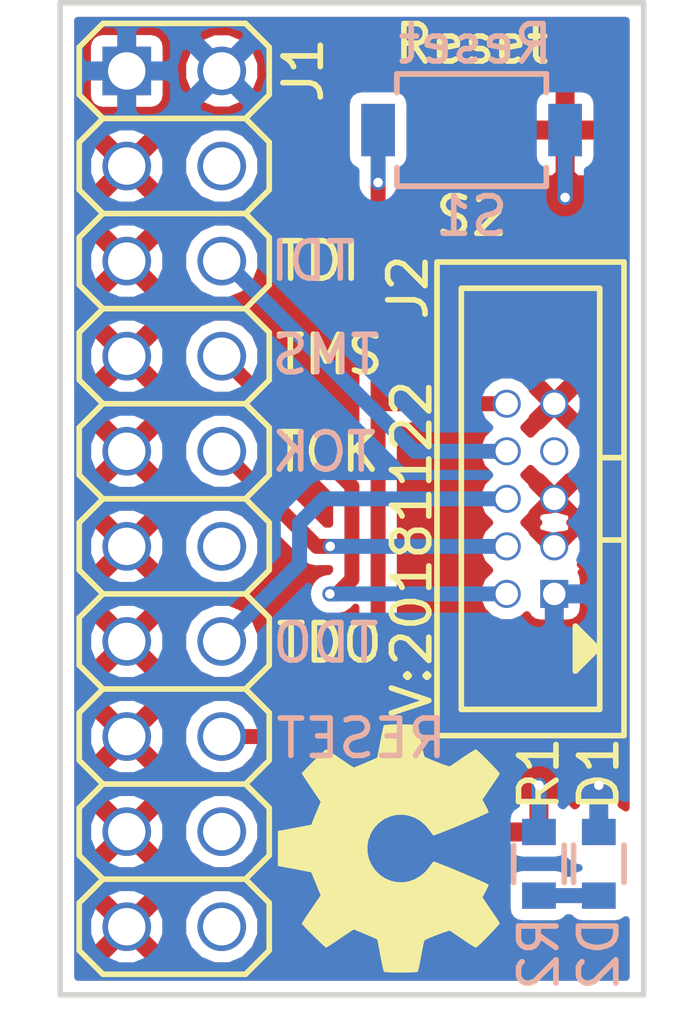
<source format=kicad_pcb>
(kicad_pcb (version 20171130) (host pcbnew 5.0.1-33cea8e~68~ubuntu18.04.1)

  (general
    (thickness 1.6)
    (drawings 15)
    (tracks 36)
    (zones 0)
    (modules 10)
    (nets 10)
  )

  (page A4)
  (layers
    (0 F.Cu signal)
    (31 B.Cu signal)
    (32 B.Adhes user)
    (33 F.Adhes user)
    (34 B.Paste user)
    (35 F.Paste user)
    (36 B.SilkS user)
    (37 F.SilkS user)
    (38 B.Mask user)
    (39 F.Mask user)
    (40 Dwgs.User user)
    (41 Cmts.User user)
    (42 Eco1.User user)
    (43 Eco2.User user)
    (44 Edge.Cuts user)
    (45 Margin user)
    (46 B.CrtYd user)
    (47 F.CrtYd user)
    (48 B.Fab user)
    (49 F.Fab user)
  )

  (setup
    (last_trace_width 0.1524)
    (user_trace_width 0.1524)
    (user_trace_width 0.2)
    (user_trace_width 0.3)
    (user_trace_width 0.4)
    (user_trace_width 0.6)
    (user_trace_width 1)
    (user_trace_width 1.5)
    (user_trace_width 2)
    (trace_clearance 0.1524)
    (zone_clearance 0.3)
    (zone_45_only no)
    (trace_min 0.1524)
    (segment_width 0.2)
    (edge_width 0.15)
    (via_size 0.381)
    (via_drill 0.254)
    (via_min_size 0.381)
    (via_min_drill 0.254)
    (user_via 0.4 0.254)
    (user_via 0.6 0.4)
    (user_via 0.8 0.6)
    (user_via 1 0.8)
    (user_via 1.3 1)
    (user_via 1.5 1.2)
    (user_via 1.7 1.4)
    (user_via 1.9 1.6)
    (uvia_size 0.381)
    (uvia_drill 0.254)
    (uvias_allowed no)
    (uvia_min_size 0.381)
    (uvia_min_drill 0.254)
    (pcb_text_width 0.3)
    (pcb_text_size 1.5 1.5)
    (mod_edge_width 0.15)
    (mod_text_size 1 1)
    (mod_text_width 0.15)
    (pad_size 1.524 1.524)
    (pad_drill 0.762)
    (pad_to_mask_clearance 0.1)
    (solder_mask_min_width 0.25)
    (aux_axis_origin 0 0)
    (visible_elements FFFFFF7F)
    (pcbplotparams
      (layerselection 0x010fc_ffffffff)
      (usegerberextensions true)
      (usegerberattributes false)
      (usegerberadvancedattributes false)
      (creategerberjobfile false)
      (excludeedgelayer true)
      (linewidth 0.100000)
      (plotframeref false)
      (viasonmask false)
      (mode 1)
      (useauxorigin false)
      (hpglpennumber 1)
      (hpglpenspeed 20)
      (hpglpendiameter 15.000000)
      (psnegative false)
      (psa4output false)
      (plotreference true)
      (plotvalue true)
      (plotinvisibletext false)
      (padsonsilk false)
      (subtractmaskfromsilk false)
      (outputformat 1)
      (mirror false)
      (drillshape 0)
      (scaleselection 1)
      (outputdirectory "jtag_20pin_to_10pin_plots"))
  )

  (net 0 "")
  (net 1 "Net-(D1-Pad1)")
  (net 2 VCC)
  (net 3 "Net-(D2-Pad1)")
  (net 4 GND)
  (net 5 /TDI)
  (net 6 /TMS)
  (net 7 /TCK)
  (net 8 /TDO)
  (net 9 /RESET)

  (net_class Default "This is the default net class."
    (clearance 0.1524)
    (trace_width 0.1524)
    (via_dia 0.381)
    (via_drill 0.254)
    (uvia_dia 0.381)
    (uvia_drill 0.254)
    (add_net /RESET)
    (add_net /TCK)
    (add_net /TDI)
    (add_net /TDO)
    (add_net /TMS)
    (add_net GND)
    (add_net "Net-(D1-Pad1)")
    (add_net "Net-(D2-Pad1)")
    (add_net VCC)
  )

  (module Symbols:OSHW-Symbol_6.7x6mm_SilkScreen (layer F.Cu) (tedit 0) (tstamp 5A135134)
    (at 139.1 91.9 90)
    (descr "Open Source Hardware Symbol")
    (tags "Logo Symbol OSHW")
    (path /5A135869)
    (attr virtual)
    (fp_text reference N1 (at 0 0 90) (layer F.SilkS) hide
      (effects (font (size 1 1) (thickness 0.15)))
    )
    (fp_text value OHWLOGO (at 0.75 0 90) (layer F.Fab) hide
      (effects (font (size 1 1) (thickness 0.15)))
    )
    (fp_poly (pts (xy 0.555814 -2.531069) (xy 0.639635 -2.086445) (xy 0.94892 -1.958947) (xy 1.258206 -1.831449)
      (xy 1.629246 -2.083754) (xy 1.733157 -2.154004) (xy 1.827087 -2.216728) (xy 1.906652 -2.269062)
      (xy 1.96747 -2.308143) (xy 2.005157 -2.331107) (xy 2.015421 -2.336058) (xy 2.03391 -2.323324)
      (xy 2.07342 -2.288118) (xy 2.129522 -2.234938) (xy 2.197787 -2.168282) (xy 2.273786 -2.092646)
      (xy 2.353092 -2.012528) (xy 2.431275 -1.932426) (xy 2.503907 -1.856836) (xy 2.566559 -1.790255)
      (xy 2.614803 -1.737182) (xy 2.64421 -1.702113) (xy 2.651241 -1.690377) (xy 2.641123 -1.66874)
      (xy 2.612759 -1.621338) (xy 2.569129 -1.552807) (xy 2.513218 -1.467785) (xy 2.448006 -1.370907)
      (xy 2.410219 -1.31565) (xy 2.341343 -1.214752) (xy 2.28014 -1.123701) (xy 2.229578 -1.04703)
      (xy 2.192628 -0.989272) (xy 2.172258 -0.954957) (xy 2.169197 -0.947746) (xy 2.176136 -0.927252)
      (xy 2.195051 -0.879487) (xy 2.223087 -0.811168) (xy 2.257391 -0.729011) (xy 2.295109 -0.63973)
      (xy 2.333387 -0.550042) (xy 2.36937 -0.466662) (xy 2.400206 -0.396306) (xy 2.423039 -0.34569)
      (xy 2.435017 -0.321529) (xy 2.435724 -0.320578) (xy 2.454531 -0.315964) (xy 2.504618 -0.305672)
      (xy 2.580793 -0.290713) (xy 2.677865 -0.272099) (xy 2.790643 -0.250841) (xy 2.856442 -0.238582)
      (xy 2.97695 -0.215638) (xy 3.085797 -0.193805) (xy 3.177476 -0.174278) (xy 3.246481 -0.158252)
      (xy 3.287304 -0.146921) (xy 3.295511 -0.143326) (xy 3.303548 -0.118994) (xy 3.310033 -0.064041)
      (xy 3.31497 0.015108) (xy 3.318364 0.112026) (xy 3.320218 0.220287) (xy 3.320538 0.333465)
      (xy 3.319327 0.445135) (xy 3.31659 0.548868) (xy 3.312331 0.638241) (xy 3.306555 0.706826)
      (xy 3.299267 0.748197) (xy 3.294895 0.75681) (xy 3.268764 0.767133) (xy 3.213393 0.781892)
      (xy 3.136107 0.799352) (xy 3.04423 0.81778) (xy 3.012158 0.823741) (xy 2.857524 0.852066)
      (xy 2.735375 0.874876) (xy 2.641673 0.89308) (xy 2.572384 0.907583) (xy 2.523471 0.919292)
      (xy 2.490897 0.929115) (xy 2.470628 0.937956) (xy 2.458626 0.946724) (xy 2.456947 0.948457)
      (xy 2.440184 0.976371) (xy 2.414614 1.030695) (xy 2.382788 1.104777) (xy 2.34726 1.191965)
      (xy 2.310583 1.285608) (xy 2.275311 1.379052) (xy 2.243996 1.465647) (xy 2.219193 1.53874)
      (xy 2.203454 1.591678) (xy 2.199332 1.617811) (xy 2.199676 1.618726) (xy 2.213641 1.640086)
      (xy 2.245322 1.687084) (xy 2.291391 1.754827) (xy 2.348518 1.838423) (xy 2.413373 1.932982)
      (xy 2.431843 1.959854) (xy 2.497699 2.057275) (xy 2.55565 2.146163) (xy 2.602538 2.221412)
      (xy 2.635207 2.27792) (xy 2.6505 2.310581) (xy 2.651241 2.314593) (xy 2.638392 2.335684)
      (xy 2.602888 2.377464) (xy 2.549293 2.435445) (xy 2.482171 2.505135) (xy 2.406087 2.582045)
      (xy 2.325604 2.661683) (xy 2.245287 2.739561) (xy 2.169699 2.811186) (xy 2.103405 2.87207)
      (xy 2.050969 2.917721) (xy 2.016955 2.94365) (xy 2.007545 2.947883) (xy 1.985643 2.937912)
      (xy 1.9408 2.91102) (xy 1.880321 2.871736) (xy 1.833789 2.840117) (xy 1.749475 2.782098)
      (xy 1.649626 2.713784) (xy 1.549473 2.645579) (xy 1.495627 2.609075) (xy 1.313371 2.4858)
      (xy 1.160381 2.56852) (xy 1.090682 2.604759) (xy 1.031414 2.632926) (xy 0.991311 2.648991)
      (xy 0.981103 2.651226) (xy 0.968829 2.634722) (xy 0.944613 2.588082) (xy 0.910263 2.515609)
      (xy 0.867588 2.421606) (xy 0.818394 2.310374) (xy 0.76449 2.186215) (xy 0.707684 2.053432)
      (xy 0.649782 1.916327) (xy 0.592593 1.779202) (xy 0.537924 1.646358) (xy 0.487584 1.522098)
      (xy 0.44338 1.410725) (xy 0.407119 1.316539) (xy 0.380609 1.243844) (xy 0.365658 1.196941)
      (xy 0.363254 1.180833) (xy 0.382311 1.160286) (xy 0.424036 1.126933) (xy 0.479706 1.087702)
      (xy 0.484378 1.084599) (xy 0.628264 0.969423) (xy 0.744283 0.835053) (xy 0.83143 0.685784)
      (xy 0.888699 0.525913) (xy 0.915086 0.359737) (xy 0.909585 0.191552) (xy 0.87119 0.025655)
      (xy 0.798895 -0.133658) (xy 0.777626 -0.168513) (xy 0.666996 -0.309263) (xy 0.536302 -0.422286)
      (xy 0.390064 -0.506997) (xy 0.232808 -0.562806) (xy 0.069057 -0.589126) (xy -0.096667 -0.58537)
      (xy -0.259838 -0.55095) (xy -0.415935 -0.485277) (xy -0.560433 -0.387765) (xy -0.605131 -0.348187)
      (xy -0.718888 -0.224297) (xy -0.801782 -0.093876) (xy -0.858644 0.052315) (xy -0.890313 0.197088)
      (xy -0.898131 0.35986) (xy -0.872062 0.52344) (xy -0.814755 0.682298) (xy -0.728856 0.830906)
      (xy -0.617014 0.963735) (xy -0.481877 1.075256) (xy -0.464117 1.087011) (xy -0.40785 1.125508)
      (xy -0.365077 1.158863) (xy -0.344628 1.18016) (xy -0.344331 1.180833) (xy -0.348721 1.203871)
      (xy -0.366124 1.256157) (xy -0.394732 1.33339) (xy -0.432735 1.431268) (xy -0.478326 1.545491)
      (xy -0.529697 1.671758) (xy -0.585038 1.805767) (xy -0.642542 1.943218) (xy -0.700399 2.079808)
      (xy -0.756802 2.211237) (xy -0.809942 2.333205) (xy -0.85801 2.441409) (xy -0.899199 2.531549)
      (xy -0.931699 2.599323) (xy -0.953703 2.64043) (xy -0.962564 2.651226) (xy -0.98964 2.642819)
      (xy -1.040303 2.620272) (xy -1.105817 2.587613) (xy -1.141841 2.56852) (xy -1.294832 2.4858)
      (xy -1.477088 2.609075) (xy -1.570125 2.672228) (xy -1.671985 2.741727) (xy -1.767438 2.807165)
      (xy -1.81525 2.840117) (xy -1.882495 2.885273) (xy -1.939436 2.921057) (xy -1.978646 2.942938)
      (xy -1.991381 2.947563) (xy -2.009917 2.935085) (xy -2.050941 2.900252) (xy -2.110475 2.846678)
      (xy -2.184542 2.777983) (xy -2.269165 2.697781) (xy -2.322685 2.646286) (xy -2.416319 2.554286)
      (xy -2.497241 2.471999) (xy -2.562177 2.402945) (xy -2.607858 2.350644) (xy -2.631011 2.318616)
      (xy -2.633232 2.312116) (xy -2.622924 2.287394) (xy -2.594439 2.237405) (xy -2.550937 2.167212)
      (xy -2.495577 2.081875) (xy -2.43152 1.986456) (xy -2.413303 1.959854) (xy -2.346927 1.863167)
      (xy -2.287378 1.776117) (xy -2.237984 1.703595) (xy -2.202075 1.650493) (xy -2.182981 1.621703)
      (xy -2.181136 1.618726) (xy -2.183895 1.595782) (xy -2.198538 1.545336) (xy -2.222513 1.474041)
      (xy -2.253266 1.388547) (xy -2.288244 1.295507) (xy -2.324893 1.201574) (xy -2.360661 1.113399)
      (xy -2.392994 1.037634) (xy -2.419338 0.980931) (xy -2.437142 0.949943) (xy -2.438407 0.948457)
      (xy -2.449294 0.939601) (xy -2.467682 0.930843) (xy -2.497606 0.921277) (xy -2.543103 0.909996)
      (xy -2.608209 0.896093) (xy -2.696961 0.878663) (xy -2.813393 0.856798) (xy -2.961542 0.829591)
      (xy -2.993618 0.823741) (xy -3.088686 0.805374) (xy -3.171565 0.787405) (xy -3.23493 0.771569)
      (xy -3.271458 0.7596) (xy -3.276356 0.75681) (xy -3.284427 0.732072) (xy -3.290987 0.67679)
      (xy -3.296033 0.597389) (xy -3.299559 0.500296) (xy -3.301561 0.391938) (xy -3.302036 0.27874)
      (xy -3.300977 0.167128) (xy -3.298382 0.063529) (xy -3.294246 -0.025632) (xy -3.288563 -0.093928)
      (xy -3.281331 -0.134934) (xy -3.276971 -0.143326) (xy -3.252698 -0.151792) (xy -3.197426 -0.165565)
      (xy -3.116662 -0.18345) (xy -3.015912 -0.204252) (xy -2.900683 -0.226777) (xy -2.837902 -0.238582)
      (xy -2.718787 -0.260849) (xy -2.612565 -0.281021) (xy -2.524427 -0.298085) (xy -2.459566 -0.311031)
      (xy -2.423174 -0.318845) (xy -2.417184 -0.320578) (xy -2.407061 -0.34011) (xy -2.385662 -0.387157)
      (xy -2.355839 -0.454997) (xy -2.320445 -0.536909) (xy -2.282332 -0.626172) (xy -2.244353 -0.716065)
      (xy -2.20936 -0.799865) (xy -2.180206 -0.870853) (xy -2.159743 -0.922306) (xy -2.150823 -0.947503)
      (xy -2.150657 -0.948604) (xy -2.160769 -0.968481) (xy -2.189117 -1.014223) (xy -2.232723 -1.081283)
      (xy -2.288606 -1.165116) (xy -2.353787 -1.261174) (xy -2.391679 -1.31635) (xy -2.460725 -1.417519)
      (xy -2.52205 -1.50937) (xy -2.572663 -1.587256) (xy -2.609571 -1.646531) (xy -2.629782 -1.682549)
      (xy -2.632701 -1.690623) (xy -2.620153 -1.709416) (xy -2.585463 -1.749543) (xy -2.533063 -1.806507)
      (xy -2.467384 -1.875815) (xy -2.392856 -1.952969) (xy -2.313913 -2.033475) (xy -2.234983 -2.112837)
      (xy -2.1605 -2.18656) (xy -2.094894 -2.250148) (xy -2.042596 -2.299106) (xy -2.008039 -2.328939)
      (xy -1.996478 -2.336058) (xy -1.977654 -2.326047) (xy -1.932631 -2.297922) (xy -1.865787 -2.254546)
      (xy -1.781499 -2.198782) (xy -1.684144 -2.133494) (xy -1.610707 -2.083754) (xy -1.239667 -1.831449)
      (xy -0.621095 -2.086445) (xy -0.537275 -2.531069) (xy -0.453454 -2.975693) (xy 0.471994 -2.975693)
      (xy 0.555814 -2.531069)) (layer F.SilkS) (width 0.01))
  )

  (module SquantorLabels:Label_version (layer F.Cu) (tedit 5B5A1E49) (tstamp 5B96DD88)
    (at 139.8 82.8 90)
    (path /5A1357A5)
    (fp_text reference N2 (at 0 1.4 90) (layer F.Fab) hide
      (effects (font (size 1 1) (thickness 0.15)))
    )
    (fp_text value 20181122 (at -0.4 -0.1 90) (layer F.SilkS)
      (effects (font (size 1 1) (thickness 0.15)))
    )
    (fp_text user V: (at -4.9 -0.1 90) (layer F.SilkS)
      (effects (font (size 1 1) (thickness 0.15)))
    )
  )

  (module SquantorRcl:R_0603_hand (layer F.Cu) (tedit 587552B0) (tstamp 5BFD1452)
    (at 144.7 92.3 90)
    (descr "Resistor SMD 0603, reflow soldering, Vishay (see dcrcw.pdf)")
    (tags "resistor 0603")
    (path /5BF0C0D5)
    (attr smd)
    (fp_text reference D1 (at 2.4 0 90) (layer F.SilkS)
      (effects (font (size 1 1) (thickness 0.15)))
    )
    (fp_text value LED (at 2.8 0 90) (layer F.Fab)
      (effects (font (size 1 1) (thickness 0.15)))
    )
    (fp_line (start -0.8 0.4) (end -0.8 -0.4) (layer F.Fab) (width 0.1))
    (fp_line (start 0.8 0.4) (end -0.8 0.4) (layer F.Fab) (width 0.1))
    (fp_line (start 0.8 -0.4) (end 0.8 0.4) (layer F.Fab) (width 0.1))
    (fp_line (start -0.8 -0.4) (end 0.8 -0.4) (layer F.Fab) (width 0.1))
    (fp_line (start -1.5 -0.8) (end 1.5 -0.8) (layer F.CrtYd) (width 0.05))
    (fp_line (start -1.5 0.8) (end 1.5 0.8) (layer F.CrtYd) (width 0.05))
    (fp_line (start -1.5 -0.8) (end -1.5 0.8) (layer F.CrtYd) (width 0.05))
    (fp_line (start 1.5 -0.8) (end 1.5 0.8) (layer F.CrtYd) (width 0.05))
    (fp_line (start 0.5 0.675) (end -0.5 0.675) (layer F.SilkS) (width 0.15))
    (fp_line (start -0.5 -0.675) (end 0.5 -0.675) (layer F.SilkS) (width 0.15))
    (pad 1 smd rect (at -0.85 0 90) (size 0.7 0.9) (layers F.Cu F.Paste F.Mask)
      (net 1 "Net-(D1-Pad1)"))
    (pad 2 smd rect (at 0.85 0 90) (size 0.7 0.9) (layers F.Cu F.Paste F.Mask)
      (net 2 VCC))
    (model Resistors_SMD.3dshapes/R_0603.wrl
      (at (xyz 0 0 0))
      (scale (xyz 1 1 1))
      (rotate (xyz 0 0 0))
    )
  )

  (module SquantorRcl:R_0603_hand (layer B.Cu) (tedit 587552B0) (tstamp 5BFD1462)
    (at 144.7 92.3 90)
    (descr "Resistor SMD 0603, reflow soldering, Vishay (see dcrcw.pdf)")
    (tags "resistor 0603")
    (path /5BF0DF01)
    (attr smd)
    (fp_text reference D2 (at -2.4 0 90) (layer B.SilkS)
      (effects (font (size 1 1) (thickness 0.15)) (justify mirror))
    )
    (fp_text value LED (at -2.8 0 90) (layer B.Fab)
      (effects (font (size 1 1) (thickness 0.15)) (justify mirror))
    )
    (fp_line (start -0.8 -0.4) (end -0.8 0.4) (layer B.Fab) (width 0.1))
    (fp_line (start 0.8 -0.4) (end -0.8 -0.4) (layer B.Fab) (width 0.1))
    (fp_line (start 0.8 0.4) (end 0.8 -0.4) (layer B.Fab) (width 0.1))
    (fp_line (start -0.8 0.4) (end 0.8 0.4) (layer B.Fab) (width 0.1))
    (fp_line (start -1.5 0.8) (end 1.5 0.8) (layer B.CrtYd) (width 0.05))
    (fp_line (start -1.5 -0.8) (end 1.5 -0.8) (layer B.CrtYd) (width 0.05))
    (fp_line (start -1.5 0.8) (end -1.5 -0.8) (layer B.CrtYd) (width 0.05))
    (fp_line (start 1.5 0.8) (end 1.5 -0.8) (layer B.CrtYd) (width 0.05))
    (fp_line (start 0.5 -0.675) (end -0.5 -0.675) (layer B.SilkS) (width 0.15))
    (fp_line (start -0.5 0.675) (end 0.5 0.675) (layer B.SilkS) (width 0.15))
    (pad 1 smd rect (at -0.85 0 90) (size 0.7 0.9) (layers B.Cu B.Paste B.Mask)
      (net 3 "Net-(D2-Pad1)"))
    (pad 2 smd rect (at 0.85 0 90) (size 0.7 0.9) (layers B.Cu B.Paste B.Mask)
      (net 2 VCC))
    (model Resistors_SMD.3dshapes/R_0603.wrl
      (at (xyz 0 0 0))
      (scale (xyz 1 1 1))
      (rotate (xyz 0 0 0))
    )
  )

  (module SquantorConnectors:Header-0245-2X10-H010 (layer F.Cu) (tedit 5B37AFDE) (tstamp 5BFD14C1)
    (at 133.35 82.55 270)
    (descr "PIN HEADER")
    (tags "PIN HEADER")
    (path /5BF035C0)
    (attr virtual)
    (fp_text reference J1 (at -11.45 -3.45 270) (layer F.SilkS)
      (effects (font (size 1 1) (thickness 0.15)))
    )
    (fp_text value JTAG_2X10 (at 0 3.81 270) (layer F.Fab)
      (effects (font (size 1 1) (thickness 0.15)))
    )
    (fp_line (start -12.7 1.905) (end -12.065 2.54) (layer F.SilkS) (width 0.15))
    (fp_line (start -10.795 2.54) (end -10.16 1.905) (layer F.SilkS) (width 0.15))
    (fp_line (start -10.16 1.905) (end -9.525 2.54) (layer F.SilkS) (width 0.15))
    (fp_line (start -8.255 2.54) (end -7.62 1.905) (layer F.SilkS) (width 0.15))
    (fp_line (start -7.62 1.905) (end -6.985 2.54) (layer F.SilkS) (width 0.15))
    (fp_line (start -5.715 2.54) (end -5.08 1.905) (layer F.SilkS) (width 0.15))
    (fp_line (start -5.08 1.905) (end -4.445 2.54) (layer F.SilkS) (width 0.15))
    (fp_line (start -3.175 2.54) (end -2.54 1.905) (layer F.SilkS) (width 0.15))
    (fp_line (start -2.54 1.905) (end -1.905 2.54) (layer F.SilkS) (width 0.15))
    (fp_line (start -0.635 2.54) (end 0 1.905) (layer F.SilkS) (width 0.15))
    (fp_line (start 0 1.905) (end 0.635 2.54) (layer F.SilkS) (width 0.15))
    (fp_line (start 1.905 2.54) (end 2.54 1.905) (layer F.SilkS) (width 0.15))
    (fp_line (start -12.7 1.905) (end -12.7 -1.905) (layer F.SilkS) (width 0.15))
    (fp_line (start -12.7 -1.905) (end -12.065 -2.54) (layer F.SilkS) (width 0.15))
    (fp_line (start -12.065 -2.54) (end -10.795 -2.54) (layer F.SilkS) (width 0.15))
    (fp_line (start -10.795 -2.54) (end -10.16 -1.905) (layer F.SilkS) (width 0.15))
    (fp_line (start -10.16 -1.905) (end -9.525 -2.54) (layer F.SilkS) (width 0.15))
    (fp_line (start -9.525 -2.54) (end -8.255 -2.54) (layer F.SilkS) (width 0.15))
    (fp_line (start -8.255 -2.54) (end -7.62 -1.905) (layer F.SilkS) (width 0.15))
    (fp_line (start -7.62 -1.905) (end -6.985 -2.54) (layer F.SilkS) (width 0.15))
    (fp_line (start -6.985 -2.54) (end -5.715 -2.54) (layer F.SilkS) (width 0.15))
    (fp_line (start -5.715 -2.54) (end -5.08 -1.905) (layer F.SilkS) (width 0.15))
    (fp_line (start -5.08 -1.905) (end -4.445 -2.54) (layer F.SilkS) (width 0.15))
    (fp_line (start -4.445 -2.54) (end -3.175 -2.54) (layer F.SilkS) (width 0.15))
    (fp_line (start -3.175 -2.54) (end -2.54 -1.905) (layer F.SilkS) (width 0.15))
    (fp_line (start -2.54 -1.905) (end -1.905 -2.54) (layer F.SilkS) (width 0.15))
    (fp_line (start -1.905 -2.54) (end -0.635 -2.54) (layer F.SilkS) (width 0.15))
    (fp_line (start -0.635 -2.54) (end 0 -1.905) (layer F.SilkS) (width 0.15))
    (fp_line (start 0 -1.905) (end 0.635 -2.54) (layer F.SilkS) (width 0.15))
    (fp_line (start 0.635 -2.54) (end 1.905 -2.54) (layer F.SilkS) (width 0.15))
    (fp_line (start 1.905 -2.54) (end 2.54 -1.905) (layer F.SilkS) (width 0.15))
    (fp_line (start 2.54 -1.905) (end 3.175 -2.54) (layer F.SilkS) (width 0.15))
    (fp_line (start 3.175 -2.54) (end 4.445 -2.54) (layer F.SilkS) (width 0.15))
    (fp_line (start 4.445 -2.54) (end 5.08 -1.905) (layer F.SilkS) (width 0.15))
    (fp_line (start 5.08 -1.905) (end 5.715 -2.54) (layer F.SilkS) (width 0.15))
    (fp_line (start 5.715 -2.54) (end 6.985 -2.54) (layer F.SilkS) (width 0.15))
    (fp_line (start 6.985 -2.54) (end 7.62 -1.905) (layer F.SilkS) (width 0.15))
    (fp_line (start 7.62 -1.905) (end 8.255 -2.54) (layer F.SilkS) (width 0.15))
    (fp_line (start 8.255 -2.54) (end 9.525 -2.54) (layer F.SilkS) (width 0.15))
    (fp_line (start 9.525 -2.54) (end 10.16 -1.905) (layer F.SilkS) (width 0.15))
    (fp_line (start 10.16 1.905) (end 9.525 2.54) (layer F.SilkS) (width 0.15))
    (fp_line (start 7.62 1.905) (end 8.255 2.54) (layer F.SilkS) (width 0.15))
    (fp_line (start 7.62 1.905) (end 6.985 2.54) (layer F.SilkS) (width 0.15))
    (fp_line (start 5.08 1.905) (end 5.715 2.54) (layer F.SilkS) (width 0.15))
    (fp_line (start 5.08 1.905) (end 4.445 2.54) (layer F.SilkS) (width 0.15))
    (fp_line (start 2.54 1.905) (end 3.175 2.54) (layer F.SilkS) (width 0.15))
    (fp_line (start -10.16 -1.905) (end -10.16 1.905) (layer F.SilkS) (width 0.15))
    (fp_line (start -7.62 -1.905) (end -7.62 1.905) (layer F.SilkS) (width 0.15))
    (fp_line (start -5.08 -1.905) (end -5.08 1.905) (layer F.SilkS) (width 0.15))
    (fp_line (start -2.54 -1.905) (end -2.54 1.905) (layer F.SilkS) (width 0.15))
    (fp_line (start 0 -1.905) (end 0 1.905) (layer F.SilkS) (width 0.15))
    (fp_line (start 2.54 -1.905) (end 2.54 1.905) (layer F.SilkS) (width 0.15))
    (fp_line (start 5.08 -1.905) (end 5.08 1.905) (layer F.SilkS) (width 0.15))
    (fp_line (start 7.62 -1.905) (end 7.62 1.905) (layer F.SilkS) (width 0.15))
    (fp_line (start 10.16 -1.905) (end 10.16 1.905) (layer F.SilkS) (width 0.15))
    (fp_line (start 8.255 2.54) (end 9.525 2.54) (layer F.SilkS) (width 0.15))
    (fp_line (start 5.715 2.54) (end 6.985 2.54) (layer F.SilkS) (width 0.15))
    (fp_line (start 3.175 2.54) (end 4.445 2.54) (layer F.SilkS) (width 0.15))
    (fp_line (start 0.635 2.54) (end 1.905 2.54) (layer F.SilkS) (width 0.15))
    (fp_line (start -1.905 2.54) (end -0.635 2.54) (layer F.SilkS) (width 0.15))
    (fp_line (start -4.445 2.54) (end -3.175 2.54) (layer F.SilkS) (width 0.15))
    (fp_line (start -6.985 2.54) (end -5.715 2.54) (layer F.SilkS) (width 0.15))
    (fp_line (start -9.525 2.54) (end -8.255 2.54) (layer F.SilkS) (width 0.15))
    (fp_line (start -12.065 2.54) (end -10.795 2.54) (layer F.SilkS) (width 0.15))
    (fp_line (start 10.16 -1.905) (end 10.795 -2.54) (layer F.SilkS) (width 0.15))
    (fp_line (start 10.795 -2.54) (end 12.065 -2.54) (layer F.SilkS) (width 0.15))
    (fp_line (start 12.065 -2.54) (end 12.7 -1.905) (layer F.SilkS) (width 0.15))
    (fp_line (start 12.7 1.905) (end 12.065 2.54) (layer F.SilkS) (width 0.15))
    (fp_line (start 10.16 1.905) (end 10.795 2.54) (layer F.SilkS) (width 0.15))
    (fp_line (start 12.7 -1.905) (end 12.7 1.905) (layer F.SilkS) (width 0.15))
    (fp_line (start 10.795 2.54) (end 12.065 2.54) (layer F.SilkS) (width 0.15))
    (pad 1 thru_hole rect (at -11.43 1.27 270) (size 1.3 1.3) (drill 1) (layers *.Cu *.Mask)
      (net 2 VCC))
    (pad 2 thru_hole circle (at -11.43 -1.27 270) (size 1.3 1.3) (drill 1) (layers *.Cu *.Mask)
      (net 2 VCC))
    (pad 3 thru_hole circle (at -8.89 1.27 270) (size 1.3 1.3) (drill 1) (layers *.Cu *.Mask)
      (net 4 GND))
    (pad 4 thru_hole circle (at -8.89 -1.27 270) (size 1.3 1.3) (drill 1) (layers *.Cu *.Mask))
    (pad 5 thru_hole circle (at -6.35 1.27 270) (size 1.3 1.3) (drill 1) (layers *.Cu *.Mask)
      (net 4 GND))
    (pad 6 thru_hole circle (at -6.35 -1.27 270) (size 1.3 1.3) (drill 1) (layers *.Cu *.Mask)
      (net 5 /TDI))
    (pad 7 thru_hole circle (at -3.81 1.27 270) (size 1.3 1.3) (drill 1) (layers *.Cu *.Mask)
      (net 4 GND))
    (pad 8 thru_hole circle (at -3.81 -1.27 270) (size 1.3 1.3) (drill 1) (layers *.Cu *.Mask)
      (net 6 /TMS))
    (pad 9 thru_hole circle (at -1.27 1.27 270) (size 1.3 1.3) (drill 1) (layers *.Cu *.Mask)
      (net 4 GND))
    (pad 10 thru_hole circle (at -1.27 -1.27 270) (size 1.3 1.3) (drill 1) (layers *.Cu *.Mask)
      (net 7 /TCK))
    (pad 11 thru_hole circle (at 1.27 1.27 270) (size 1.3 1.3) (drill 1) (layers *.Cu *.Mask)
      (net 4 GND))
    (pad 12 thru_hole circle (at 1.27 -1.27 270) (size 1.3 1.3) (drill 1) (layers *.Cu *.Mask))
    (pad 13 thru_hole circle (at 3.81 1.27 270) (size 1.3 1.3) (drill 1) (layers *.Cu *.Mask)
      (net 4 GND))
    (pad 14 thru_hole circle (at 3.81 -1.27 270) (size 1.3 1.3) (drill 1) (layers *.Cu *.Mask)
      (net 8 /TDO))
    (pad 15 thru_hole circle (at 6.35 1.27 270) (size 1.3 1.3) (drill 1) (layers *.Cu *.Mask)
      (net 4 GND))
    (pad 16 thru_hole circle (at 6.35 -1.27 270) (size 1.3 1.3) (drill 1) (layers *.Cu *.Mask)
      (net 9 /RESET))
    (pad 17 thru_hole circle (at 8.89 1.27 270) (size 1.3 1.3) (drill 1) (layers *.Cu *.Mask)
      (net 4 GND))
    (pad 18 thru_hole circle (at 8.89 -1.27 270) (size 1.3 1.3) (drill 1) (layers *.Cu *.Mask))
    (pad 19 thru_hole circle (at 11.43 1.27 270) (size 1.3 1.3) (drill 1) (layers *.Cu *.Mask)
      (net 4 GND))
    (pad 20 thru_hole circle (at 11.43 -1.27 270) (size 1.3 1.3) (drill 1) (layers *.Cu *.Mask))
  )

  (module SquantorConnectors:Header-Shr-0127-2X05-H006 (layer F.Cu) (tedit 5B313ACB) (tstamp 5BFD14E1)
    (at 142.875 82.55 90)
    (path /5BF015D0)
    (fp_text reference J2 (at 5.65 -3.275 90) (layer F.SilkS)
      (effects (font (size 1 1) (thickness 0.15)))
    )
    (fp_text value JTAG_2X05 (at 0 3.3 90) (layer F.Fab)
      (effects (font (size 1 1) (thickness 0.15)))
    )
    (fp_line (start -4.1 1.7) (end -3.9 1.7) (layer F.SilkS) (width 0.15))
    (fp_line (start -4.2 1.6) (end -3.8 1.6) (layer F.SilkS) (width 0.15))
    (fp_line (start -4.3 1.5) (end -3.8 1.5) (layer F.SilkS) (width 0.15))
    (fp_line (start -4.3 1.4) (end -3.7 1.4) (layer F.SilkS) (width 0.15))
    (fp_line (start -4.4 1.3) (end -3.6 1.3) (layer F.SilkS) (width 0.15))
    (fp_line (start -3.4 1.2) (end -4.6 1.2) (layer F.SilkS) (width 0.15))
    (fp_line (start -4 1.8) (end -3.4 1.2) (layer F.SilkS) (width 0.15))
    (fp_line (start -4.6 1.2) (end -4 1.8) (layer F.SilkS) (width 0.15))
    (fp_line (start -1.1 2.5) (end -1.1 1.9) (layer F.SilkS) (width 0.15))
    (fp_line (start 1.1 2.5) (end 1.1 1.9) (layer F.SilkS) (width 0.15))
    (fp_line (start -5.625 1.85) (end -5.625 -1.85) (layer F.SilkS) (width 0.15))
    (fp_line (start 5.625 1.85) (end -5.625 1.85) (layer F.SilkS) (width 0.15))
    (fp_line (start 5.625 -1.85) (end 5.625 1.85) (layer F.SilkS) (width 0.15))
    (fp_line (start -5.625 -1.85) (end 5.625 -1.85) (layer F.SilkS) (width 0.15))
    (fp_line (start -6.325 2.5) (end -6.325 -2.5) (layer F.SilkS) (width 0.15))
    (fp_line (start 6.325 2.5) (end -6.325 2.5) (layer F.SilkS) (width 0.15))
    (fp_line (start 6.325 -2.5) (end 6.325 2.5) (layer F.SilkS) (width 0.15))
    (fp_line (start -6.325 -2.5) (end 6.325 -2.5) (layer F.SilkS) (width 0.15))
    (pad 1 thru_hole rect (at -2.54 0.635 90) (size 0.75 0.75) (drill 0.6) (layers *.Cu *.Mask)
      (net 2 VCC))
    (pad 2 thru_hole circle (at -2.54 -0.635 90) (size 0.75 0.75) (drill 0.6) (layers *.Cu *.Mask)
      (net 6 /TMS))
    (pad 3 thru_hole circle (at -1.27 0.635 90) (size 0.75 0.75) (drill 0.6) (layers *.Cu *.Mask)
      (net 4 GND))
    (pad 4 thru_hole circle (at -1.27 -0.635 90) (size 0.75 0.75) (drill 0.6) (layers *.Cu *.Mask)
      (net 7 /TCK))
    (pad 5 thru_hole circle (at 0 0.635 90) (size 0.75 0.75) (drill 0.6) (layers *.Cu *.Mask)
      (net 4 GND))
    (pad 6 thru_hole circle (at 0 -0.635 90) (size 0.75 0.75) (drill 0.6) (layers *.Cu *.Mask)
      (net 8 /TDO))
    (pad 7 thru_hole circle (at 1.27 0.635 90) (size 0.75 0.75) (drill 0.6) (layers *.Cu *.Mask))
    (pad 8 thru_hole circle (at 1.27 -0.635 90) (size 0.75 0.75) (drill 0.6) (layers *.Cu *.Mask)
      (net 5 /TDI))
    (pad 9 thru_hole circle (at 2.54 0.635 90) (size 0.75 0.75) (drill 0.6) (layers *.Cu *.Mask)
      (net 4 GND))
    (pad 10 thru_hole circle (at 2.54 -0.635 90) (size 0.75 0.75) (drill 0.6) (layers *.Cu *.Mask)
      (net 9 /RESET))
  )

  (module SquantorRcl:R_0603_hand (layer F.Cu) (tedit 587552B0) (tstamp 5BFD14F1)
    (at 143.1 92.3 90)
    (descr "Resistor SMD 0603, reflow soldering, Vishay (see dcrcw.pdf)")
    (tags "resistor 0603")
    (path /5BF0C194)
    (attr smd)
    (fp_text reference R1 (at 2.4 0 90) (layer F.SilkS)
      (effects (font (size 1 1) (thickness 0.15)))
    )
    (fp_text value R (at 2.4 0 90) (layer F.Fab)
      (effects (font (size 1 1) (thickness 0.15)))
    )
    (fp_line (start -0.5 -0.675) (end 0.5 -0.675) (layer F.SilkS) (width 0.15))
    (fp_line (start 0.5 0.675) (end -0.5 0.675) (layer F.SilkS) (width 0.15))
    (fp_line (start 1.5 -0.8) (end 1.5 0.8) (layer F.CrtYd) (width 0.05))
    (fp_line (start -1.5 -0.8) (end -1.5 0.8) (layer F.CrtYd) (width 0.05))
    (fp_line (start -1.5 0.8) (end 1.5 0.8) (layer F.CrtYd) (width 0.05))
    (fp_line (start -1.5 -0.8) (end 1.5 -0.8) (layer F.CrtYd) (width 0.05))
    (fp_line (start -0.8 -0.4) (end 0.8 -0.4) (layer F.Fab) (width 0.1))
    (fp_line (start 0.8 -0.4) (end 0.8 0.4) (layer F.Fab) (width 0.1))
    (fp_line (start 0.8 0.4) (end -0.8 0.4) (layer F.Fab) (width 0.1))
    (fp_line (start -0.8 0.4) (end -0.8 -0.4) (layer F.Fab) (width 0.1))
    (pad 2 smd rect (at 0.85 0 90) (size 0.7 0.9) (layers F.Cu F.Paste F.Mask)
      (net 4 GND))
    (pad 1 smd rect (at -0.85 0 90) (size 0.7 0.9) (layers F.Cu F.Paste F.Mask)
      (net 1 "Net-(D1-Pad1)"))
    (model Resistors_SMD.3dshapes/R_0603.wrl
      (at (xyz 0 0 0))
      (scale (xyz 1 1 1))
      (rotate (xyz 0 0 0))
    )
  )

  (module SquantorRcl:R_0603_hand (layer B.Cu) (tedit 587552B0) (tstamp 5BFD1501)
    (at 143.1 92.3 90)
    (descr "Resistor SMD 0603, reflow soldering, Vishay (see dcrcw.pdf)")
    (tags "resistor 0603")
    (path /5BF0DF0D)
    (attr smd)
    (fp_text reference R2 (at -2.4 0 90) (layer B.SilkS)
      (effects (font (size 1 1) (thickness 0.15)) (justify mirror))
    )
    (fp_text value R (at -2.4 0 90) (layer B.Fab)
      (effects (font (size 1 1) (thickness 0.15)) (justify mirror))
    )
    (fp_line (start -0.5 0.675) (end 0.5 0.675) (layer B.SilkS) (width 0.15))
    (fp_line (start 0.5 -0.675) (end -0.5 -0.675) (layer B.SilkS) (width 0.15))
    (fp_line (start 1.5 0.8) (end 1.5 -0.8) (layer B.CrtYd) (width 0.05))
    (fp_line (start -1.5 0.8) (end -1.5 -0.8) (layer B.CrtYd) (width 0.05))
    (fp_line (start -1.5 -0.8) (end 1.5 -0.8) (layer B.CrtYd) (width 0.05))
    (fp_line (start -1.5 0.8) (end 1.5 0.8) (layer B.CrtYd) (width 0.05))
    (fp_line (start -0.8 0.4) (end 0.8 0.4) (layer B.Fab) (width 0.1))
    (fp_line (start 0.8 0.4) (end 0.8 -0.4) (layer B.Fab) (width 0.1))
    (fp_line (start 0.8 -0.4) (end -0.8 -0.4) (layer B.Fab) (width 0.1))
    (fp_line (start -0.8 -0.4) (end -0.8 0.4) (layer B.Fab) (width 0.1))
    (pad 2 smd rect (at 0.85 0 90) (size 0.7 0.9) (layers B.Cu B.Paste B.Mask)
      (net 4 GND))
    (pad 1 smd rect (at -0.85 0 90) (size 0.7 0.9) (layers B.Cu B.Paste B.Mask)
      (net 3 "Net-(D2-Pad1)"))
    (model Resistors_SMD.3dshapes/R_0603.wrl
      (at (xyz 0 0 0))
      (scale (xyz 1 1 1))
      (rotate (xyz 0 0 0))
    )
  )

  (module SquantorButtons:TD-85XU (layer B.Cu) (tedit 5BF72284) (tstamp 5BFD150D)
    (at 141.3 72.7)
    (path /5BF0A48C)
    (attr smd)
    (fp_text reference S1 (at 0 2.3) (layer B.SilkS)
      (effects (font (size 1 1) (thickness 0.15)) (justify mirror))
    )
    (fp_text value 2pin_tact_switch (at 0 -2.3 180) (layer B.SilkS) hide
      (effects (font (size 1 1) (thickness 0.15)) (justify mirror))
    )
    (fp_line (start -1.99898 1.4986) (end -1.99898 0.99822) (layer B.SilkS) (width 0.15))
    (fp_line (start -1.99898 -0.99822) (end -1.99898 -1.4986) (layer B.SilkS) (width 0.15))
    (fp_line (start -1.99898 -1.4986) (end 1.99898 -1.4986) (layer B.SilkS) (width 0.15))
    (fp_line (start 1.99898 -1.4986) (end 1.99898 -0.99822) (layer B.SilkS) (width 0.15))
    (fp_line (start 1.99898 0.99822) (end 1.99898 1.4986) (layer B.SilkS) (width 0.15))
    (fp_line (start 1.99898 1.4986) (end -1.99898 1.4986) (layer B.SilkS) (width 0.15))
    (pad 1 smd rect (at -2.5 0) (size 0.9 1.4) (layers B.Cu B.Paste B.Mask)
      (net 9 /RESET))
    (pad 2 smd rect (at 2.5 0) (size 0.9 1.4) (layers B.Cu B.Paste B.Mask)
      (net 4 GND))
  )

  (module SquantorButtons:TD-85XU (layer F.Cu) (tedit 5BF72287) (tstamp 5BFD1A55)
    (at 141.3 72.7)
    (path /5BF0EE78)
    (attr smd)
    (fp_text reference S2 (at 0 2.3) (layer F.SilkS)
      (effects (font (size 1 1) (thickness 0.15)))
    )
    (fp_text value 2pin_tact_switch (at 0 -2.3 180) (layer F.SilkS) hide
      (effects (font (size 1 1) (thickness 0.15)))
    )
    (fp_line (start -1.99898 -1.4986) (end -1.99898 -0.99822) (layer F.SilkS) (width 0.15))
    (fp_line (start -1.99898 0.99822) (end -1.99898 1.4986) (layer F.SilkS) (width 0.15))
    (fp_line (start -1.99898 1.4986) (end 1.99898 1.4986) (layer F.SilkS) (width 0.15))
    (fp_line (start 1.99898 1.4986) (end 1.99898 0.99822) (layer F.SilkS) (width 0.15))
    (fp_line (start 1.99898 -0.99822) (end 1.99898 -1.4986) (layer F.SilkS) (width 0.15))
    (fp_line (start 1.99898 -1.4986) (end -1.99898 -1.4986) (layer F.SilkS) (width 0.15))
    (pad 1 smd rect (at -2.5 0) (size 0.9 1.4) (layers F.Cu F.Paste F.Mask)
      (net 9 /RESET))
    (pad 2 smd rect (at 2.5 0) (size 0.9 1.4) (layers F.Cu F.Paste F.Mask)
      (net 4 GND))
  )

  (gr_text Reset (at 141.4 70.4) (layer B.SilkS)
    (effects (font (size 1 1) (thickness 0.15)) (justify mirror))
  )
  (gr_text Reset (at 141.3 70.4) (layer F.SilkS)
    (effects (font (size 1 1) (thickness 0.15)))
  )
  (gr_text RESET (at 138.35 88.95) (layer B.SilkS) (tstamp 5BFD21E3)
    (effects (font (size 1 1) (thickness 0.15)) (justify mirror))
  )
  (gr_text TMS (at 137.4 78.7) (layer B.SilkS) (tstamp 5BFD21DC)
    (effects (font (size 1 1) (thickness 0.15)) (justify mirror))
  )
  (gr_text TCK (at 137.35 81.3) (layer B.SilkS) (tstamp 5BFD21D8)
    (effects (font (size 1 1) (thickness 0.15)) (justify mirror))
  )
  (gr_text TDO (at 137.4 86.4) (layer B.SilkS) (tstamp 5BFD21D4)
    (effects (font (size 1 1) (thickness 0.15)) (justify mirror))
  )
  (gr_text TDO (at 137.5 86.4) (layer F.SilkS) (tstamp 5BFD21C5)
    (effects (font (size 1 1) (thickness 0.15)))
  )
  (gr_text TCK (at 137.45 81.3) (layer F.SilkS)
    (effects (font (size 1 1) (thickness 0.15)))
  )
  (gr_text TMS (at 137.5 78.7) (layer F.SilkS)
    (effects (font (size 1 1) (thickness 0.15)))
  )
  (gr_text TDI (at 137.05 76.2) (layer B.SilkS) (tstamp 5BFD21AE)
    (effects (font (size 1 1) (thickness 0.15)) (justify mirror))
  )
  (gr_text TDI (at 137.2 76.2) (layer F.SilkS)
    (effects (font (size 1 1) (thickness 0.15)))
  )
  (gr_line (start 130.3 95.8) (end 145.9 95.8) (layer Edge.Cuts) (width 0.15))
  (gr_line (start 145.9 95.8) (end 145.9 69.3) (layer Edge.Cuts) (width 0.15))
  (gr_line (start 130.3 69.3) (end 130.3 95.8) (layer Edge.Cuts) (width 0.15))
  (gr_line (start 145.9 69.3) (end 130.3 69.3) (layer Edge.Cuts) (width 0.15))

  (segment (start 144.7 93.15) (end 143.1 93.15) (width 0.4) (layer F.Cu) (net 1))
  (segment (start 144.7 91.45) (end 144.7 90.2) (width 0.4) (layer F.Cu) (net 2))
  (via (at 144.7 90.2) (size 0.4) (drill 0.254) (layers F.Cu B.Cu) (net 2))
  (segment (start 144.7 91.45) (end 144.7 90.2) (width 0.4) (layer B.Cu) (net 2))
  (segment (start 144.7 93.15) (end 143.1 93.15) (width 0.4) (layer B.Cu) (net 3))
  (segment (start 143.8 72.7) (end 143.8 74.5) (width 0.4) (layer B.Cu) (net 4))
  (via (at 143.8 74.5) (size 0.4) (drill 0.254) (layers F.Cu B.Cu) (net 4))
  (segment (start 143.1 91.45) (end 143.1 90.2) (width 0.4) (layer B.Cu) (net 4))
  (via (at 143.1 90.2) (size 0.4) (drill 0.254) (layers F.Cu B.Cu) (net 4))
  (segment (start 143.1 90.2) (end 143.1 91.45) (width 0.4) (layer F.Cu) (net 4))
  (segment (start 142.24 81.28) (end 139.78 81.28) (width 0.4) (layer B.Cu) (net 5))
  (segment (start 134.7 76.2) (end 134.62 76.2) (width 0.4) (layer B.Cu) (net 5))
  (segment (start 139.78 81.28) (end 134.7 76.2) (width 0.4) (layer B.Cu) (net 5))
  (segment (start 142.24 85.09) (end 137.51 85.09) (width 0.4) (layer B.Cu) (net 6))
  (via (at 137.51 85.09) (size 0.4) (drill 0.254) (layers F.Cu B.Cu) (net 6))
  (segment (start 137.51 85.09) (end 137.71 85.09) (width 0.4) (layer F.Cu) (net 6))
  (segment (start 137.71 85.09) (end 138.1 84.7) (width 0.4) (layer F.Cu) (net 6))
  (segment (start 138.1 82.22) (end 134.62 78.74) (width 0.4) (layer F.Cu) (net 6))
  (segment (start 138.1 84.7) (end 138.1 82.22) (width 0.4) (layer F.Cu) (net 6))
  (segment (start 142.24 83.82) (end 137.52 83.82) (width 0.4) (layer B.Cu) (net 7))
  (via (at 137.52 83.82) (size 0.4) (drill 0.254) (layers F.Cu B.Cu) (net 7))
  (segment (start 137.16 83.82) (end 134.62 81.28) (width 0.4) (layer F.Cu) (net 7))
  (segment (start 137.52 83.82) (end 137.16 83.82) (width 0.4) (layer F.Cu) (net 7))
  (segment (start 142.24 82.55) (end 137.35 82.55) (width 0.4) (layer B.Cu) (net 8))
  (segment (start 137.35 82.55) (end 136.7 83.2) (width 0.4) (layer B.Cu) (net 8))
  (segment (start 136.7 84.28) (end 134.62 86.36) (width 0.4) (layer B.Cu) (net 8))
  (segment (start 136.7 83.2) (end 136.7 84.28) (width 0.4) (layer B.Cu) (net 8))
  (segment (start 138.8 72.7) (end 138.8 74.1) (width 0.4) (layer F.Cu) (net 9))
  (via (at 138.8 74.1) (size 0.4) (drill 0.254) (layers F.Cu B.Cu) (net 9) (status 1000000))
  (segment (start 138.8 72.7) (end 138.8 74.1) (width 0.4) (layer B.Cu) (net 9))
  (segment (start 137.5 88.9) (end 134.62 88.9) (width 0.4) (layer F.Cu) (net 9))
  (segment (start 138.8 87.6) (end 137.5 88.9) (width 0.4) (layer F.Cu) (net 9))
  (segment (start 138.81 80.01) (end 138.8 80) (width 0.4) (layer F.Cu) (net 9))
  (segment (start 142.24 80.01) (end 138.81 80.01) (width 0.4) (layer F.Cu) (net 9))
  (segment (start 138.8 74.1) (end 138.8 80) (width 0.4) (layer F.Cu) (net 9))
  (segment (start 138.8 80) (end 138.8 87.6) (width 0.4) (layer F.Cu) (net 9))

  (zone (net 4) (net_name GND) (layer F.Cu) (tstamp 5BF72418) (hatch edge 0.508)
    (connect_pads (clearance 0.3))
    (min_thickness 0.2)
    (fill yes (arc_segments 16) (thermal_gap 0.508) (thermal_bridge_width 0.508))
    (polygon
      (pts
        (xy 130.3 69.3) (xy 145.9 69.3) (xy 145.9 95.8) (xy 130.3 95.8)
      )
    )
    (filled_polygon
      (pts
        (xy 145.425 90.802673) (xy 145.306072 90.723209) (xy 145.3 90.722001) (xy 145.3 90.080653) (xy 145.276941 90.024983)
        (xy 145.265187 89.965892) (xy 145.231716 89.915799) (xy 145.208656 89.860127) (xy 145.166045 89.817516) (xy 145.132575 89.767425)
        (xy 145.082484 89.733955) (xy 145.039873 89.691344) (xy 144.984201 89.668284) (xy 144.934108 89.634813) (xy 144.875017 89.623059)
        (xy 144.819347 89.6) (xy 144.759091 89.6) (xy 144.7 89.588246) (xy 144.640909 89.6) (xy 144.580653 89.6)
        (xy 144.524982 89.623059) (xy 144.465893 89.634813) (xy 144.415802 89.668283) (xy 144.360127 89.691344) (xy 144.317514 89.733957)
        (xy 144.267426 89.767425) (xy 144.233958 89.817513) (xy 144.191344 89.860127) (xy 144.168282 89.915803) (xy 144.134814 89.965892)
        (xy 144.123061 90.024978) (xy 144.1 90.080653) (xy 144.1 90.319347) (xy 144.100001 90.319349) (xy 144.100001 90.722001)
        (xy 144.093928 90.723209) (xy 144.057435 90.747593) (xy 143.894404 90.584562) (xy 143.670938 90.492) (xy 143.406 90.492)
        (xy 143.254 90.644) (xy 143.254 91.296) (xy 143.274 91.296) (xy 143.274 91.604) (xy 143.254 91.604)
        (xy 143.254 91.624) (xy 142.946 91.624) (xy 142.946 91.604) (xy 142.194 91.604) (xy 142.042 91.756)
        (xy 142.042 91.920939) (xy 142.134563 92.144405) (xy 142.305596 92.315438) (xy 142.529062 92.408) (xy 142.570388 92.408)
        (xy 142.493928 92.423209) (xy 142.361616 92.511616) (xy 142.273209 92.643928) (xy 142.242164 92.8) (xy 142.242164 93.5)
        (xy 142.273209 93.656072) (xy 142.361616 93.788384) (xy 142.493928 93.876791) (xy 142.65 93.907836) (xy 143.55 93.907836)
        (xy 143.706072 93.876791) (xy 143.838384 93.788384) (xy 143.864031 93.75) (xy 143.935969 93.75) (xy 143.961616 93.788384)
        (xy 144.093928 93.876791) (xy 144.25 93.907836) (xy 145.15 93.907836) (xy 145.306072 93.876791) (xy 145.425 93.797327)
        (xy 145.425 95.325) (xy 130.775 95.325) (xy 130.775 94.880931) (xy 131.396858 94.880931) (xy 131.456122 95.100694)
        (xy 131.932483 95.254134) (xy 132.431302 95.213599) (xy 132.703878 95.100694) (xy 132.763142 94.880931) (xy 132.08 94.197789)
        (xy 131.396858 94.880931) (xy 130.775 94.880931) (xy 130.775 93.832483) (xy 130.805866 93.832483) (xy 130.846401 94.331302)
        (xy 130.959306 94.603878) (xy 131.179069 94.663142) (xy 131.862211 93.98) (xy 132.297789 93.98) (xy 132.980931 94.663142)
        (xy 133.200694 94.603878) (xy 133.354134 94.127517) (xy 133.325175 93.771142) (xy 133.57 93.771142) (xy 133.57 94.188858)
        (xy 133.729853 94.574777) (xy 134.025223 94.870147) (xy 134.411142 95.03) (xy 134.828858 95.03) (xy 135.214777 94.870147)
        (xy 135.510147 94.574777) (xy 135.67 94.188858) (xy 135.67 93.771142) (xy 135.510147 93.385223) (xy 135.214777 93.089853)
        (xy 134.828858 92.93) (xy 134.411142 92.93) (xy 134.025223 93.089853) (xy 133.729853 93.385223) (xy 133.57 93.771142)
        (xy 133.325175 93.771142) (xy 133.313599 93.628698) (xy 133.200694 93.356122) (xy 132.980931 93.296858) (xy 132.297789 93.98)
        (xy 131.862211 93.98) (xy 131.179069 93.296858) (xy 130.959306 93.356122) (xy 130.805866 93.832483) (xy 130.775 93.832483)
        (xy 130.775 93.079069) (xy 131.396858 93.079069) (xy 132.08 93.762211) (xy 132.763142 93.079069) (xy 132.703878 92.859306)
        (xy 132.227517 92.705866) (xy 131.728698 92.746401) (xy 131.456122 92.859306) (xy 131.396858 93.079069) (xy 130.775 93.079069)
        (xy 130.775 92.340931) (xy 131.396858 92.340931) (xy 131.456122 92.560694) (xy 131.932483 92.714134) (xy 132.431302 92.673599)
        (xy 132.703878 92.560694) (xy 132.763142 92.340931) (xy 132.08 91.657789) (xy 131.396858 92.340931) (xy 130.775 92.340931)
        (xy 130.775 91.292483) (xy 130.805866 91.292483) (xy 130.846401 91.791302) (xy 130.959306 92.063878) (xy 131.179069 92.123142)
        (xy 131.862211 91.44) (xy 132.297789 91.44) (xy 132.980931 92.123142) (xy 133.200694 92.063878) (xy 133.354134 91.587517)
        (xy 133.325175 91.231142) (xy 133.57 91.231142) (xy 133.57 91.648858) (xy 133.729853 92.034777) (xy 134.025223 92.330147)
        (xy 134.411142 92.49) (xy 134.828858 92.49) (xy 135.214777 92.330147) (xy 135.510147 92.034777) (xy 135.67 91.648858)
        (xy 135.67 91.231142) (xy 135.565585 90.979061) (xy 142.042 90.979061) (xy 142.042 91.144) (xy 142.194 91.296)
        (xy 142.946 91.296) (xy 142.946 90.644) (xy 142.794 90.492) (xy 142.529062 90.492) (xy 142.305596 90.584562)
        (xy 142.134563 90.755595) (xy 142.042 90.979061) (xy 135.565585 90.979061) (xy 135.510147 90.845223) (xy 135.214777 90.549853)
        (xy 134.828858 90.39) (xy 134.411142 90.39) (xy 134.025223 90.549853) (xy 133.729853 90.845223) (xy 133.57 91.231142)
        (xy 133.325175 91.231142) (xy 133.313599 91.088698) (xy 133.200694 90.816122) (xy 132.980931 90.756858) (xy 132.297789 91.44)
        (xy 131.862211 91.44) (xy 131.179069 90.756858) (xy 130.959306 90.816122) (xy 130.805866 91.292483) (xy 130.775 91.292483)
        (xy 130.775 90.539069) (xy 131.396858 90.539069) (xy 132.08 91.222211) (xy 132.763142 90.539069) (xy 132.703878 90.319306)
        (xy 132.227517 90.165866) (xy 131.728698 90.206401) (xy 131.456122 90.319306) (xy 131.396858 90.539069) (xy 130.775 90.539069)
        (xy 130.775 89.800931) (xy 131.396858 89.800931) (xy 131.456122 90.020694) (xy 131.932483 90.174134) (xy 132.431302 90.133599)
        (xy 132.703878 90.020694) (xy 132.763142 89.800931) (xy 132.08 89.117789) (xy 131.396858 89.800931) (xy 130.775 89.800931)
        (xy 130.775 88.752483) (xy 130.805866 88.752483) (xy 130.846401 89.251302) (xy 130.959306 89.523878) (xy 131.179069 89.583142)
        (xy 131.862211 88.9) (xy 132.297789 88.9) (xy 132.980931 89.583142) (xy 133.200694 89.523878) (xy 133.354134 89.047517)
        (xy 133.313599 88.548698) (xy 133.200694 88.276122) (xy 132.980931 88.216858) (xy 132.297789 88.9) (xy 131.862211 88.9)
        (xy 131.179069 88.216858) (xy 130.959306 88.276122) (xy 130.805866 88.752483) (xy 130.775 88.752483) (xy 130.775 87.999069)
        (xy 131.396858 87.999069) (xy 132.08 88.682211) (xy 132.763142 87.999069) (xy 132.703878 87.779306) (xy 132.227517 87.625866)
        (xy 131.728698 87.666401) (xy 131.456122 87.779306) (xy 131.396858 87.999069) (xy 130.775 87.999069) (xy 130.775 87.260931)
        (xy 131.396858 87.260931) (xy 131.456122 87.480694) (xy 131.932483 87.634134) (xy 132.431302 87.593599) (xy 132.703878 87.480694)
        (xy 132.763142 87.260931) (xy 132.08 86.577789) (xy 131.396858 87.260931) (xy 130.775 87.260931) (xy 130.775 86.212483)
        (xy 130.805866 86.212483) (xy 130.846401 86.711302) (xy 130.959306 86.983878) (xy 131.179069 87.043142) (xy 131.862211 86.36)
        (xy 132.297789 86.36) (xy 132.980931 87.043142) (xy 133.200694 86.983878) (xy 133.354134 86.507517) (xy 133.325175 86.151142)
        (xy 133.57 86.151142) (xy 133.57 86.568858) (xy 133.729853 86.954777) (xy 134.025223 87.250147) (xy 134.411142 87.41)
        (xy 134.828858 87.41) (xy 135.214777 87.250147) (xy 135.510147 86.954777) (xy 135.67 86.568858) (xy 135.67 86.151142)
        (xy 135.510147 85.765223) (xy 135.214777 85.469853) (xy 134.828858 85.31) (xy 134.411142 85.31) (xy 134.025223 85.469853)
        (xy 133.729853 85.765223) (xy 133.57 86.151142) (xy 133.325175 86.151142) (xy 133.313599 86.008698) (xy 133.200694 85.736122)
        (xy 132.980931 85.676858) (xy 132.297789 86.36) (xy 131.862211 86.36) (xy 131.179069 85.676858) (xy 130.959306 85.736122)
        (xy 130.805866 86.212483) (xy 130.775 86.212483) (xy 130.775 85.459069) (xy 131.396858 85.459069) (xy 132.08 86.142211)
        (xy 132.763142 85.459069) (xy 132.703878 85.239306) (xy 132.227517 85.085866) (xy 131.728698 85.126401) (xy 131.456122 85.239306)
        (xy 131.396858 85.459069) (xy 130.775 85.459069) (xy 130.775 84.720931) (xy 131.396858 84.720931) (xy 131.456122 84.940694)
        (xy 131.932483 85.094134) (xy 132.431302 85.053599) (xy 132.703878 84.940694) (xy 132.763142 84.720931) (xy 132.08 84.037789)
        (xy 131.396858 84.720931) (xy 130.775 84.720931) (xy 130.775 83.672483) (xy 130.805866 83.672483) (xy 130.846401 84.171302)
        (xy 130.959306 84.443878) (xy 131.179069 84.503142) (xy 131.862211 83.82) (xy 132.297789 83.82) (xy 132.980931 84.503142)
        (xy 133.200694 84.443878) (xy 133.354134 83.967517) (xy 133.325175 83.611142) (xy 133.57 83.611142) (xy 133.57 84.028858)
        (xy 133.729853 84.414777) (xy 134.025223 84.710147) (xy 134.411142 84.87) (xy 134.828858 84.87) (xy 135.214777 84.710147)
        (xy 135.510147 84.414777) (xy 135.67 84.028858) (xy 135.67 83.611142) (xy 135.510147 83.225223) (xy 135.214777 82.929853)
        (xy 134.828858 82.77) (xy 134.411142 82.77) (xy 134.025223 82.929853) (xy 133.729853 83.225223) (xy 133.57 83.611142)
        (xy 133.325175 83.611142) (xy 133.313599 83.468698) (xy 133.200694 83.196122) (xy 132.980931 83.136858) (xy 132.297789 83.82)
        (xy 131.862211 83.82) (xy 131.179069 83.136858) (xy 130.959306 83.196122) (xy 130.805866 83.672483) (xy 130.775 83.672483)
        (xy 130.775 82.919069) (xy 131.396858 82.919069) (xy 132.08 83.602211) (xy 132.763142 82.919069) (xy 132.703878 82.699306)
        (xy 132.227517 82.545866) (xy 131.728698 82.586401) (xy 131.456122 82.699306) (xy 131.396858 82.919069) (xy 130.775 82.919069)
        (xy 130.775 82.180931) (xy 131.396858 82.180931) (xy 131.456122 82.400694) (xy 131.932483 82.554134) (xy 132.431302 82.513599)
        (xy 132.703878 82.400694) (xy 132.763142 82.180931) (xy 132.08 81.497789) (xy 131.396858 82.180931) (xy 130.775 82.180931)
        (xy 130.775 81.132483) (xy 130.805866 81.132483) (xy 130.846401 81.631302) (xy 130.959306 81.903878) (xy 131.179069 81.963142)
        (xy 131.862211 81.28) (xy 132.297789 81.28) (xy 132.980931 81.963142) (xy 133.200694 81.903878) (xy 133.354134 81.427517)
        (xy 133.313599 80.928698) (xy 133.200694 80.656122) (xy 132.980931 80.596858) (xy 132.297789 81.28) (xy 131.862211 81.28)
        (xy 131.179069 80.596858) (xy 130.959306 80.656122) (xy 130.805866 81.132483) (xy 130.775 81.132483) (xy 130.775 80.379069)
        (xy 131.396858 80.379069) (xy 132.08 81.062211) (xy 132.763142 80.379069) (xy 132.703878 80.159306) (xy 132.227517 80.005866)
        (xy 131.728698 80.046401) (xy 131.456122 80.159306) (xy 131.396858 80.379069) (xy 130.775 80.379069) (xy 130.775 79.640931)
        (xy 131.396858 79.640931) (xy 131.456122 79.860694) (xy 131.932483 80.014134) (xy 132.431302 79.973599) (xy 132.703878 79.860694)
        (xy 132.763142 79.640931) (xy 132.08 78.957789) (xy 131.396858 79.640931) (xy 130.775 79.640931) (xy 130.775 78.592483)
        (xy 130.805866 78.592483) (xy 130.846401 79.091302) (xy 130.959306 79.363878) (xy 131.179069 79.423142) (xy 131.862211 78.74)
        (xy 132.297789 78.74) (xy 132.980931 79.423142) (xy 133.200694 79.363878) (xy 133.354134 78.887517) (xy 133.325175 78.531142)
        (xy 133.57 78.531142) (xy 133.57 78.948858) (xy 133.729853 79.334777) (xy 134.025223 79.630147) (xy 134.411142 79.79)
        (xy 134.821473 79.79) (xy 137.500001 82.468529) (xy 137.500001 83.22) (xy 137.408528 83.22) (xy 135.67 81.481473)
        (xy 135.67 81.071142) (xy 135.510147 80.685223) (xy 135.214777 80.389853) (xy 134.828858 80.23) (xy 134.411142 80.23)
        (xy 134.025223 80.389853) (xy 133.729853 80.685223) (xy 133.57 81.071142) (xy 133.57 81.488858) (xy 133.729853 81.874777)
        (xy 134.025223 82.170147) (xy 134.411142 82.33) (xy 134.821473 82.33) (xy 136.693953 84.202481) (xy 136.727425 84.252575)
        (xy 136.925892 84.385187) (xy 137.100909 84.42) (xy 137.100913 84.42) (xy 137.159999 84.431753) (xy 137.219085 84.42)
        (xy 137.5 84.42) (xy 137.5 84.451472) (xy 137.461473 84.49) (xy 137.390653 84.49) (xy 137.334983 84.513059)
        (xy 137.275892 84.524813) (xy 137.225799 84.558284) (xy 137.170127 84.581344) (xy 137.127516 84.623955) (xy 137.077425 84.657425)
        (xy 137.043955 84.707516) (xy 137.001344 84.750127) (xy 136.978284 84.805799) (xy 136.944813 84.855892) (xy 136.933059 84.914983)
        (xy 136.91 84.970653) (xy 136.91 85.030909) (xy 136.898246 85.09) (xy 136.91 85.149091) (xy 136.91 85.209347)
        (xy 136.933059 85.265017) (xy 136.944813 85.324108) (xy 136.978284 85.374201) (xy 137.001344 85.429873) (xy 137.043955 85.472484)
        (xy 137.077425 85.522575) (xy 137.127516 85.556045) (xy 137.170127 85.598656) (xy 137.225799 85.621716) (xy 137.275892 85.655187)
        (xy 137.334983 85.666941) (xy 137.390653 85.69) (xy 137.650914 85.69) (xy 137.71 85.701753) (xy 137.769086 85.69)
        (xy 137.769091 85.69) (xy 137.944108 85.655187) (xy 138.142575 85.522575) (xy 138.176048 85.472479) (xy 138.200001 85.448527)
        (xy 138.200001 87.351471) (xy 137.251473 88.3) (xy 135.504924 88.3) (xy 135.214777 88.009853) (xy 134.828858 87.85)
        (xy 134.411142 87.85) (xy 134.025223 88.009853) (xy 133.729853 88.305223) (xy 133.57 88.691142) (xy 133.57 89.108858)
        (xy 133.729853 89.494777) (xy 134.025223 89.790147) (xy 134.411142 89.95) (xy 134.828858 89.95) (xy 135.214777 89.790147)
        (xy 135.504924 89.5) (xy 137.440914 89.5) (xy 137.5 89.511753) (xy 137.559086 89.5) (xy 137.559091 89.5)
        (xy 137.734108 89.465187) (xy 137.932575 89.332575) (xy 137.966049 89.282479) (xy 139.182481 88.066047) (xy 139.232575 88.032575)
        (xy 139.365187 87.834108) (xy 139.4 87.659091) (xy 139.4 87.659088) (xy 139.411753 87.6) (xy 139.4 87.540912)
        (xy 139.4 80.61) (xy 141.743985 80.61) (xy 141.778985 80.645) (xy 141.582987 80.840998) (xy 141.465 81.125843)
        (xy 141.465 81.434157) (xy 141.582987 81.719002) (xy 141.778985 81.915) (xy 141.582987 82.110998) (xy 141.465 82.395843)
        (xy 141.465 82.704157) (xy 141.582987 82.989002) (xy 141.778985 83.185) (xy 141.582987 83.380998) (xy 141.465 83.665843)
        (xy 141.465 83.974157) (xy 141.582987 84.259002) (xy 141.778985 84.455) (xy 141.582987 84.650998) (xy 141.465 84.935843)
        (xy 141.465 85.244157) (xy 141.582987 85.529002) (xy 141.800998 85.747013) (xy 142.085843 85.865) (xy 142.394157 85.865)
        (xy 142.679002 85.747013) (xy 142.776928 85.649087) (xy 142.846616 85.753384) (xy 142.978928 85.841791) (xy 143.135 85.872836)
        (xy 143.885 85.872836) (xy 144.041072 85.841791) (xy 144.173384 85.753384) (xy 144.261791 85.621072) (xy 144.292836 85.465)
        (xy 144.292836 84.715) (xy 144.261791 84.558928) (xy 144.231317 84.513319) (xy 144.326214 84.418422) (xy 144.210176 84.302385)
        (xy 144.401734 84.277528) (xy 144.508942 83.901449) (xy 144.464072 83.512971) (xy 144.401734 83.362472) (xy 144.210174 83.337615)
        (xy 143.727789 83.82) (xy 143.741931 83.834142) (xy 143.524142 84.051931) (xy 143.51 84.037789) (xy 143.495858 84.051931)
        (xy 143.278069 83.834142) (xy 143.292211 83.82) (xy 142.927987 83.455776) (xy 142.897013 83.380998) (xy 142.701015 83.185)
        (xy 142.766189 83.119826) (xy 143.027615 83.119826) (xy 143.092789 83.185) (xy 143.027615 83.250174) (xy 143.052472 83.441734)
        (xy 143.428551 83.548942) (xy 143.453813 83.546024) (xy 143.51 83.602211) (xy 143.580861 83.53135) (xy 143.817029 83.504072)
        (xy 143.967528 83.441734) (xy 143.992385 83.250174) (xy 143.927211 83.185) (xy 143.992385 83.119826) (xy 143.967528 82.928266)
        (xy 143.591449 82.821058) (xy 143.566187 82.823976) (xy 143.51 82.767789) (xy 143.439139 82.83865) (xy 143.202971 82.865928)
        (xy 143.052472 82.928266) (xy 143.027615 83.119826) (xy 142.766189 83.119826) (xy 142.897013 82.989002) (xy 142.927987 82.914224)
        (xy 143.292211 82.55) (xy 143.727789 82.55) (xy 144.210174 83.032385) (xy 144.401734 83.007528) (xy 144.508942 82.631449)
        (xy 144.464072 82.242971) (xy 144.401734 82.092472) (xy 144.210174 82.067615) (xy 143.727789 82.55) (xy 143.292211 82.55)
        (xy 142.927987 82.185776) (xy 142.897013 82.110998) (xy 142.701015 81.915) (xy 142.875 81.741015) (xy 143.070998 81.937013)
        (xy 143.145776 81.967987) (xy 143.51 82.332211) (xy 143.874224 81.967987) (xy 143.949002 81.937013) (xy 144.167013 81.719002)
        (xy 144.285 81.434157) (xy 144.285 81.125843) (xy 144.167013 80.840998) (xy 143.949002 80.622987) (xy 143.874224 80.592013)
        (xy 143.51 80.227789) (xy 143.145776 80.592013) (xy 143.070998 80.622987) (xy 142.875 80.818985) (xy 142.701015 80.645)
        (xy 142.897013 80.449002) (xy 142.927987 80.374224) (xy 143.292211 80.01) (xy 143.727789 80.01) (xy 144.210174 80.492385)
        (xy 144.401734 80.467528) (xy 144.508942 80.091449) (xy 144.464072 79.702971) (xy 144.401734 79.552472) (xy 144.210174 79.527615)
        (xy 143.727789 80.01) (xy 143.292211 80.01) (xy 142.927987 79.645776) (xy 142.897013 79.570998) (xy 142.679002 79.352987)
        (xy 142.574803 79.309826) (xy 143.027615 79.309826) (xy 143.51 79.792211) (xy 143.992385 79.309826) (xy 143.967528 79.118266)
        (xy 143.591449 79.011058) (xy 143.202971 79.055928) (xy 143.052472 79.118266) (xy 143.027615 79.309826) (xy 142.574803 79.309826)
        (xy 142.394157 79.235) (xy 142.085843 79.235) (xy 141.800998 79.352987) (xy 141.743985 79.41) (xy 139.4 79.41)
        (xy 139.4 73.777999) (xy 139.406072 73.776791) (xy 139.538384 73.688384) (xy 139.626791 73.556072) (xy 139.657836 73.4)
        (xy 139.657836 73.006) (xy 142.742 73.006) (xy 142.742 73.520938) (xy 142.834562 73.744404) (xy 143.005595 73.915437)
        (xy 143.229061 74.008) (xy 143.494 74.008) (xy 143.646 73.856) (xy 143.646 72.854) (xy 143.954 72.854)
        (xy 143.954 73.856) (xy 144.106 74.008) (xy 144.370939 74.008) (xy 144.594405 73.915437) (xy 144.765438 73.744404)
        (xy 144.858 73.520938) (xy 144.858 73.006) (xy 144.706 72.854) (xy 143.954 72.854) (xy 143.646 72.854)
        (xy 142.894 72.854) (xy 142.742 73.006) (xy 139.657836 73.006) (xy 139.657836 72) (xy 139.63378 71.879062)
        (xy 142.742 71.879062) (xy 142.742 72.394) (xy 142.894 72.546) (xy 143.646 72.546) (xy 143.646 71.544)
        (xy 143.954 71.544) (xy 143.954 72.546) (xy 144.706 72.546) (xy 144.858 72.394) (xy 144.858 71.879062)
        (xy 144.765438 71.655596) (xy 144.594405 71.484563) (xy 144.370939 71.392) (xy 144.106 71.392) (xy 143.954 71.544)
        (xy 143.646 71.544) (xy 143.494 71.392) (xy 143.229061 71.392) (xy 143.005595 71.484563) (xy 142.834562 71.655596)
        (xy 142.742 71.879062) (xy 139.63378 71.879062) (xy 139.626791 71.843928) (xy 139.538384 71.711616) (xy 139.406072 71.623209)
        (xy 139.25 71.592164) (xy 138.35 71.592164) (xy 138.193928 71.623209) (xy 138.061616 71.711616) (xy 137.973209 71.843928)
        (xy 137.942164 72) (xy 137.942164 73.4) (xy 137.973209 73.556072) (xy 138.061616 73.688384) (xy 138.193928 73.776791)
        (xy 138.200001 73.777999) (xy 138.200001 73.980651) (xy 138.2 73.980653) (xy 138.2 74.04091) (xy 138.200001 79.940905)
        (xy 138.2 79.94091) (xy 138.2 79.940914) (xy 138.188247 80) (xy 138.2 80.059086) (xy 138.2 81.471472)
        (xy 135.67 78.941473) (xy 135.67 78.531142) (xy 135.510147 78.145223) (xy 135.214777 77.849853) (xy 134.828858 77.69)
        (xy 134.411142 77.69) (xy 134.025223 77.849853) (xy 133.729853 78.145223) (xy 133.57 78.531142) (xy 133.325175 78.531142)
        (xy 133.313599 78.388698) (xy 133.200694 78.116122) (xy 132.980931 78.056858) (xy 132.297789 78.74) (xy 131.862211 78.74)
        (xy 131.179069 78.056858) (xy 130.959306 78.116122) (xy 130.805866 78.592483) (xy 130.775 78.592483) (xy 130.775 77.839069)
        (xy 131.396858 77.839069) (xy 132.08 78.522211) (xy 132.763142 77.839069) (xy 132.703878 77.619306) (xy 132.227517 77.465866)
        (xy 131.728698 77.506401) (xy 131.456122 77.619306) (xy 131.396858 77.839069) (xy 130.775 77.839069) (xy 130.775 77.100931)
        (xy 131.396858 77.100931) (xy 131.456122 77.320694) (xy 131.932483 77.474134) (xy 132.431302 77.433599) (xy 132.703878 77.320694)
        (xy 132.763142 77.100931) (xy 132.08 76.417789) (xy 131.396858 77.100931) (xy 130.775 77.100931) (xy 130.775 76.052483)
        (xy 130.805866 76.052483) (xy 130.846401 76.551302) (xy 130.959306 76.823878) (xy 131.179069 76.883142) (xy 131.862211 76.2)
        (xy 132.297789 76.2) (xy 132.980931 76.883142) (xy 133.200694 76.823878) (xy 133.354134 76.347517) (xy 133.325175 75.991142)
        (xy 133.57 75.991142) (xy 133.57 76.408858) (xy 133.729853 76.794777) (xy 134.025223 77.090147) (xy 134.411142 77.25)
        (xy 134.828858 77.25) (xy 135.214777 77.090147) (xy 135.510147 76.794777) (xy 135.67 76.408858) (xy 135.67 75.991142)
        (xy 135.510147 75.605223) (xy 135.214777 75.309853) (xy 134.828858 75.15) (xy 134.411142 75.15) (xy 134.025223 75.309853)
        (xy 133.729853 75.605223) (xy 133.57 75.991142) (xy 133.325175 75.991142) (xy 133.313599 75.848698) (xy 133.200694 75.576122)
        (xy 132.980931 75.516858) (xy 132.297789 76.2) (xy 131.862211 76.2) (xy 131.179069 75.516858) (xy 130.959306 75.576122)
        (xy 130.805866 76.052483) (xy 130.775 76.052483) (xy 130.775 75.299069) (xy 131.396858 75.299069) (xy 132.08 75.982211)
        (xy 132.763142 75.299069) (xy 132.703878 75.079306) (xy 132.227517 74.925866) (xy 131.728698 74.966401) (xy 131.456122 75.079306)
        (xy 131.396858 75.299069) (xy 130.775 75.299069) (xy 130.775 74.560931) (xy 131.396858 74.560931) (xy 131.456122 74.780694)
        (xy 131.932483 74.934134) (xy 132.431302 74.893599) (xy 132.703878 74.780694) (xy 132.763142 74.560931) (xy 132.08 73.877789)
        (xy 131.396858 74.560931) (xy 130.775 74.560931) (xy 130.775 73.512483) (xy 130.805866 73.512483) (xy 130.846401 74.011302)
        (xy 130.959306 74.283878) (xy 131.179069 74.343142) (xy 131.862211 73.66) (xy 132.297789 73.66) (xy 132.980931 74.343142)
        (xy 133.200694 74.283878) (xy 133.354134 73.807517) (xy 133.325175 73.451142) (xy 133.57 73.451142) (xy 133.57 73.868858)
        (xy 133.729853 74.254777) (xy 134.025223 74.550147) (xy 134.411142 74.71) (xy 134.828858 74.71) (xy 135.214777 74.550147)
        (xy 135.510147 74.254777) (xy 135.67 73.868858) (xy 135.67 73.451142) (xy 135.510147 73.065223) (xy 135.214777 72.769853)
        (xy 134.828858 72.61) (xy 134.411142 72.61) (xy 134.025223 72.769853) (xy 133.729853 73.065223) (xy 133.57 73.451142)
        (xy 133.325175 73.451142) (xy 133.313599 73.308698) (xy 133.200694 73.036122) (xy 132.980931 72.976858) (xy 132.297789 73.66)
        (xy 131.862211 73.66) (xy 131.179069 72.976858) (xy 130.959306 73.036122) (xy 130.805866 73.512483) (xy 130.775 73.512483)
        (xy 130.775 72.759069) (xy 131.396858 72.759069) (xy 132.08 73.442211) (xy 132.763142 72.759069) (xy 132.703878 72.539306)
        (xy 132.227517 72.385866) (xy 131.728698 72.426401) (xy 131.456122 72.539306) (xy 131.396858 72.759069) (xy 130.775 72.759069)
        (xy 130.775 70.47) (xy 131.022164 70.47) (xy 131.022164 71.77) (xy 131.053209 71.926072) (xy 131.141616 72.058384)
        (xy 131.273928 72.146791) (xy 131.43 72.177836) (xy 132.73 72.177836) (xy 132.886072 72.146791) (xy 133.018384 72.058384)
        (xy 133.106791 71.926072) (xy 133.137836 71.77) (xy 133.137836 70.911142) (xy 133.57 70.911142) (xy 133.57 71.328858)
        (xy 133.729853 71.714777) (xy 134.025223 72.010147) (xy 134.411142 72.17) (xy 134.828858 72.17) (xy 135.214777 72.010147)
        (xy 135.510147 71.714777) (xy 135.67 71.328858) (xy 135.67 70.911142) (xy 135.510147 70.525223) (xy 135.214777 70.229853)
        (xy 134.828858 70.07) (xy 134.411142 70.07) (xy 134.025223 70.229853) (xy 133.729853 70.525223) (xy 133.57 70.911142)
        (xy 133.137836 70.911142) (xy 133.137836 70.47) (xy 133.106791 70.313928) (xy 133.018384 70.181616) (xy 132.886072 70.093209)
        (xy 132.73 70.062164) (xy 131.43 70.062164) (xy 131.273928 70.093209) (xy 131.141616 70.181616) (xy 131.053209 70.313928)
        (xy 131.022164 70.47) (xy 130.775 70.47) (xy 130.775 69.775) (xy 145.425001 69.775)
      )
    )
  )
  (zone (net 2) (net_name VCC) (layer B.Cu) (tstamp 5BF72415) (hatch edge 0.508)
    (connect_pads (clearance 0.3))
    (min_thickness 0.2)
    (fill yes (arc_segments 16) (thermal_gap 0.508) (thermal_bridge_width 0.508))
    (polygon
      (pts
        (xy 130.3 69.3) (xy 145.9 69.3) (xy 145.9 95.8) (xy 130.3 95.8)
      )
    )
    (filled_polygon
      (pts
        (xy 145.425 90.555814) (xy 145.270938 90.492) (xy 145.006 90.492) (xy 144.854 90.644) (xy 144.854 91.296)
        (xy 144.874 91.296) (xy 144.874 91.604) (xy 144.854 91.604) (xy 144.854 91.624) (xy 144.546 91.624)
        (xy 144.546 91.604) (xy 144.526 91.604) (xy 144.526 91.296) (xy 144.546 91.296) (xy 144.546 90.644)
        (xy 144.394 90.492) (xy 144.129062 90.492) (xy 143.905596 90.584562) (xy 143.742565 90.747593) (xy 143.706072 90.723209)
        (xy 143.7 90.722001) (xy 143.7 90.080653) (xy 143.676941 90.024983) (xy 143.665187 89.965892) (xy 143.631716 89.915799)
        (xy 143.608656 89.860127) (xy 143.566045 89.817516) (xy 143.532575 89.767425) (xy 143.482484 89.733955) (xy 143.439873 89.691344)
        (xy 143.384201 89.668284) (xy 143.334108 89.634813) (xy 143.275017 89.623059) (xy 143.219347 89.6) (xy 143.159091 89.6)
        (xy 143.1 89.588246) (xy 143.040909 89.6) (xy 142.980653 89.6) (xy 142.924982 89.623059) (xy 142.865893 89.634813)
        (xy 142.815802 89.668283) (xy 142.760127 89.691344) (xy 142.717514 89.733957) (xy 142.667426 89.767425) (xy 142.633958 89.817513)
        (xy 142.591344 89.860127) (xy 142.568282 89.915803) (xy 142.534814 89.965892) (xy 142.523061 90.024978) (xy 142.5 90.080653)
        (xy 142.5 90.319347) (xy 142.500001 90.319349) (xy 142.500001 90.722001) (xy 142.493928 90.723209) (xy 142.361616 90.811616)
        (xy 142.273209 90.943928) (xy 142.242164 91.1) (xy 142.242164 91.8) (xy 142.273209 91.956072) (xy 142.361616 92.088384)
        (xy 142.493928 92.176791) (xy 142.65 92.207836) (xy 143.55 92.207836) (xy 143.706072 92.176791) (xy 143.742565 92.152407)
        (xy 143.905596 92.315438) (xy 144.129062 92.408) (xy 144.170388 92.408) (xy 144.093928 92.423209) (xy 143.961616 92.511616)
        (xy 143.935969 92.55) (xy 143.864031 92.55) (xy 143.838384 92.511616) (xy 143.706072 92.423209) (xy 143.55 92.392164)
        (xy 142.65 92.392164) (xy 142.493928 92.423209) (xy 142.361616 92.511616) (xy 142.273209 92.643928) (xy 142.242164 92.8)
        (xy 142.242164 93.5) (xy 142.273209 93.656072) (xy 142.361616 93.788384) (xy 142.493928 93.876791) (xy 142.65 93.907836)
        (xy 143.55 93.907836) (xy 143.706072 93.876791) (xy 143.838384 93.788384) (xy 143.864031 93.75) (xy 143.935969 93.75)
        (xy 143.961616 93.788384) (xy 144.093928 93.876791) (xy 144.25 93.907836) (xy 145.15 93.907836) (xy 145.306072 93.876791)
        (xy 145.425 93.797327) (xy 145.425 95.325) (xy 130.775 95.325) (xy 130.775 93.771142) (xy 131.03 93.771142)
        (xy 131.03 94.188858) (xy 131.189853 94.574777) (xy 131.485223 94.870147) (xy 131.871142 95.03) (xy 132.288858 95.03)
        (xy 132.674777 94.870147) (xy 132.970147 94.574777) (xy 133.13 94.188858) (xy 133.13 93.771142) (xy 133.57 93.771142)
        (xy 133.57 94.188858) (xy 133.729853 94.574777) (xy 134.025223 94.870147) (xy 134.411142 95.03) (xy 134.828858 95.03)
        (xy 135.214777 94.870147) (xy 135.510147 94.574777) (xy 135.67 94.188858) (xy 135.67 93.771142) (xy 135.510147 93.385223)
        (xy 135.214777 93.089853) (xy 134.828858 92.93) (xy 134.411142 92.93) (xy 134.025223 93.089853) (xy 133.729853 93.385223)
        (xy 133.57 93.771142) (xy 133.13 93.771142) (xy 132.970147 93.385223) (xy 132.674777 93.089853) (xy 132.288858 92.93)
        (xy 131.871142 92.93) (xy 131.485223 93.089853) (xy 131.189853 93.385223) (xy 131.03 93.771142) (xy 130.775 93.771142)
        (xy 130.775 91.231142) (xy 131.03 91.231142) (xy 131.03 91.648858) (xy 131.189853 92.034777) (xy 131.485223 92.330147)
        (xy 131.871142 92.49) (xy 132.288858 92.49) (xy 132.674777 92.330147) (xy 132.970147 92.034777) (xy 133.13 91.648858)
        (xy 133.13 91.231142) (xy 133.57 91.231142) (xy 133.57 91.648858) (xy 133.729853 92.034777) (xy 134.025223 92.330147)
        (xy 134.411142 92.49) (xy 134.828858 92.49) (xy 135.214777 92.330147) (xy 135.510147 92.034777) (xy 135.67 91.648858)
        (xy 135.67 91.231142) (xy 135.510147 90.845223) (xy 135.214777 90.549853) (xy 134.828858 90.39) (xy 134.411142 90.39)
        (xy 134.025223 90.549853) (xy 133.729853 90.845223) (xy 133.57 91.231142) (xy 133.13 91.231142) (xy 132.970147 90.845223)
        (xy 132.674777 90.549853) (xy 132.288858 90.39) (xy 131.871142 90.39) (xy 131.485223 90.549853) (xy 131.189853 90.845223)
        (xy 131.03 91.231142) (xy 130.775 91.231142) (xy 130.775 88.691142) (xy 131.03 88.691142) (xy 131.03 89.108858)
        (xy 131.189853 89.494777) (xy 131.485223 89.790147) (xy 131.871142 89.95) (xy 132.288858 89.95) (xy 132.674777 89.790147)
        (xy 132.970147 89.494777) (xy 133.13 89.108858) (xy 133.13 88.691142) (xy 133.57 88.691142) (xy 133.57 89.108858)
        (xy 133.729853 89.494777) (xy 134.025223 89.790147) (xy 134.411142 89.95) (xy 134.828858 89.95) (xy 135.214777 89.790147)
        (xy 135.510147 89.494777) (xy 135.67 89.108858) (xy 135.67 88.691142) (xy 135.510147 88.305223) (xy 135.214777 88.009853)
        (xy 134.828858 87.85) (xy 134.411142 87.85) (xy 134.025223 88.009853) (xy 133.729853 88.305223) (xy 133.57 88.691142)
        (xy 133.13 88.691142) (xy 132.970147 88.305223) (xy 132.674777 88.009853) (xy 132.288858 87.85) (xy 131.871142 87.85)
        (xy 131.485223 88.009853) (xy 131.189853 88.305223) (xy 131.03 88.691142) (xy 130.775 88.691142) (xy 130.775 86.151142)
        (xy 131.03 86.151142) (xy 131.03 86.568858) (xy 131.189853 86.954777) (xy 131.485223 87.250147) (xy 131.871142 87.41)
        (xy 132.288858 87.41) (xy 132.674777 87.250147) (xy 132.970147 86.954777) (xy 133.13 86.568858) (xy 133.13 86.151142)
        (xy 132.970147 85.765223) (xy 132.674777 85.469853) (xy 132.288858 85.31) (xy 131.871142 85.31) (xy 131.485223 85.469853)
        (xy 131.189853 85.765223) (xy 131.03 86.151142) (xy 130.775 86.151142) (xy 130.775 83.611142) (xy 131.03 83.611142)
        (xy 131.03 84.028858) (xy 131.189853 84.414777) (xy 131.485223 84.710147) (xy 131.871142 84.87) (xy 132.288858 84.87)
        (xy 132.674777 84.710147) (xy 132.970147 84.414777) (xy 133.13 84.028858) (xy 133.13 83.611142) (xy 133.57 83.611142)
        (xy 133.57 84.028858) (xy 133.729853 84.414777) (xy 134.025223 84.710147) (xy 134.411142 84.87) (xy 134.828858 84.87)
        (xy 135.214777 84.710147) (xy 135.510147 84.414777) (xy 135.67 84.028858) (xy 135.67 83.611142) (xy 135.510147 83.225223)
        (xy 135.214777 82.929853) (xy 134.828858 82.77) (xy 134.411142 82.77) (xy 134.025223 82.929853) (xy 133.729853 83.225223)
        (xy 133.57 83.611142) (xy 133.13 83.611142) (xy 132.970147 83.225223) (xy 132.674777 82.929853) (xy 132.288858 82.77)
        (xy 131.871142 82.77) (xy 131.485223 82.929853) (xy 131.189853 83.225223) (xy 131.03 83.611142) (xy 130.775 83.611142)
        (xy 130.775 81.071142) (xy 131.03 81.071142) (xy 131.03 81.488858) (xy 131.189853 81.874777) (xy 131.485223 82.170147)
        (xy 131.871142 82.33) (xy 132.288858 82.33) (xy 132.674777 82.170147) (xy 132.970147 81.874777) (xy 133.13 81.488858)
        (xy 133.13 81.071142) (xy 133.57 81.071142) (xy 133.57 81.488858) (xy 133.729853 81.874777) (xy 134.025223 82.170147)
        (xy 134.411142 82.33) (xy 134.828858 82.33) (xy 135.214777 82.170147) (xy 135.510147 81.874777) (xy 135.67 81.488858)
        (xy 135.67 81.071142) (xy 135.510147 80.685223) (xy 135.214777 80.389853) (xy 134.828858 80.23) (xy 134.411142 80.23)
        (xy 134.025223 80.389853) (xy 133.729853 80.685223) (xy 133.57 81.071142) (xy 133.13 81.071142) (xy 132.970147 80.685223)
        (xy 132.674777 80.389853) (xy 132.288858 80.23) (xy 131.871142 80.23) (xy 131.485223 80.389853) (xy 131.189853 80.685223)
        (xy 131.03 81.071142) (xy 130.775 81.071142) (xy 130.775 78.531142) (xy 131.03 78.531142) (xy 131.03 78.948858)
        (xy 131.189853 79.334777) (xy 131.485223 79.630147) (xy 131.871142 79.79) (xy 132.288858 79.79) (xy 132.674777 79.630147)
        (xy 132.970147 79.334777) (xy 133.13 78.948858) (xy 133.13 78.531142) (xy 133.57 78.531142) (xy 133.57 78.948858)
        (xy 133.729853 79.334777) (xy 134.025223 79.630147) (xy 134.411142 79.79) (xy 134.828858 79.79) (xy 135.214777 79.630147)
        (xy 135.510147 79.334777) (xy 135.67 78.948858) (xy 135.67 78.531142) (xy 135.510147 78.145223) (xy 135.214777 77.849853)
        (xy 134.828858 77.69) (xy 134.411142 77.69) (xy 134.025223 77.849853) (xy 133.729853 78.145223) (xy 133.57 78.531142)
        (xy 133.13 78.531142) (xy 132.970147 78.145223) (xy 132.674777 77.849853) (xy 132.288858 77.69) (xy 131.871142 77.69)
        (xy 131.485223 77.849853) (xy 131.189853 78.145223) (xy 131.03 78.531142) (xy 130.775 78.531142) (xy 130.775 75.991142)
        (xy 131.03 75.991142) (xy 131.03 76.408858) (xy 131.189853 76.794777) (xy 131.485223 77.090147) (xy 131.871142 77.25)
        (xy 132.288858 77.25) (xy 132.674777 77.090147) (xy 132.970147 76.794777) (xy 133.13 76.408858) (xy 133.13 75.991142)
        (xy 133.57 75.991142) (xy 133.57 76.408858) (xy 133.729853 76.794777) (xy 134.025223 77.090147) (xy 134.411142 77.25)
        (xy 134.828858 77.25) (xy 134.880204 77.228732) (xy 139.313953 81.662481) (xy 139.347425 81.712575) (xy 139.545892 81.845187)
        (xy 139.720909 81.88) (xy 139.720913 81.88) (xy 139.78 81.891753) (xy 139.839086 81.88) (xy 141.743985 81.88)
        (xy 141.778985 81.915) (xy 141.743985 81.95) (xy 137.409088 81.95) (xy 137.35 81.938247) (xy 137.290912 81.95)
        (xy 137.290909 81.95) (xy 137.157687 81.976499) (xy 137.115891 81.984813) (xy 137.01085 82.055) (xy 136.917425 82.117425)
        (xy 136.883953 82.167519) (xy 136.317521 82.733952) (xy 136.267425 82.767425) (xy 136.134813 82.965893) (xy 136.1 83.14091)
        (xy 136.1 83.140914) (xy 136.088247 83.2) (xy 136.1 83.259087) (xy 136.100001 84.031471) (xy 134.821473 85.31)
        (xy 134.411142 85.31) (xy 134.025223 85.469853) (xy 133.729853 85.765223) (xy 133.57 86.151142) (xy 133.57 86.568858)
        (xy 133.729853 86.954777) (xy 134.025223 87.250147) (xy 134.411142 87.41) (xy 134.828858 87.41) (xy 135.214777 87.250147)
        (xy 135.510147 86.954777) (xy 135.67 86.568858) (xy 135.67 86.158527) (xy 136.937904 84.890623) (xy 136.933059 84.914983)
        (xy 136.91 84.970653) (xy 136.91 85.030909) (xy 136.898246 85.09) (xy 136.91 85.149091) (xy 136.91 85.209347)
        (xy 136.933059 85.265017) (xy 136.944813 85.324108) (xy 136.978284 85.374201) (xy 137.001344 85.429873) (xy 137.043955 85.472484)
        (xy 137.077425 85.522575) (xy 137.127516 85.556045) (xy 137.170127 85.598656) (xy 137.225799 85.621716) (xy 137.275892 85.655187)
        (xy 137.334983 85.666941) (xy 137.390653 85.69) (xy 141.743985 85.69) (xy 141.800998 85.747013) (xy 142.085843 85.865)
        (xy 142.394157 85.865) (xy 142.606209 85.777165) (xy 142.619563 85.809405) (xy 142.790596 85.980438) (xy 143.014062 86.073)
        (xy 143.204 86.073) (xy 143.356 85.921) (xy 143.356 85.244) (xy 143.664 85.244) (xy 143.664 85.921)
        (xy 143.816 86.073) (xy 144.005938 86.073) (xy 144.229404 85.980438) (xy 144.400437 85.809405) (xy 144.493 85.585939)
        (xy 144.493 85.396) (xy 144.341 85.244) (xy 143.664 85.244) (xy 143.356 85.244) (xy 143.336 85.244)
        (xy 143.336 84.936) (xy 143.356 84.936) (xy 143.356 84.916) (xy 143.664 84.916) (xy 143.664 84.936)
        (xy 144.341 84.936) (xy 144.493 84.784) (xy 144.493 84.594061) (xy 144.400437 84.370595) (xy 144.229404 84.199562)
        (xy 144.197165 84.186208) (xy 144.285 83.974157) (xy 144.285 83.665843) (xy 144.167013 83.380998) (xy 143.971015 83.185)
        (xy 144.167013 82.989002) (xy 144.285 82.704157) (xy 144.285 82.395843) (xy 144.167013 82.110998) (xy 143.971015 81.915)
        (xy 144.167013 81.719002) (xy 144.285 81.434157) (xy 144.285 81.125843) (xy 144.167013 80.840998) (xy 143.971015 80.645)
        (xy 144.167013 80.449002) (xy 144.285 80.164157) (xy 144.285 79.855843) (xy 144.167013 79.570998) (xy 143.949002 79.352987)
        (xy 143.664157 79.235) (xy 143.355843 79.235) (xy 143.070998 79.352987) (xy 142.875 79.548985) (xy 142.679002 79.352987)
        (xy 142.394157 79.235) (xy 142.085843 79.235) (xy 141.800998 79.352987) (xy 141.582987 79.570998) (xy 141.465 79.855843)
        (xy 141.465 80.164157) (xy 141.582987 80.449002) (xy 141.778985 80.645) (xy 141.743985 80.68) (xy 140.028528 80.68)
        (xy 135.67 76.321473) (xy 135.67 75.991142) (xy 135.510147 75.605223) (xy 135.214777 75.309853) (xy 134.828858 75.15)
        (xy 134.411142 75.15) (xy 134.025223 75.309853) (xy 133.729853 75.605223) (xy 133.57 75.991142) (xy 133.13 75.991142)
        (xy 132.970147 75.605223) (xy 132.674777 75.309853) (xy 132.288858 75.15) (xy 131.871142 75.15) (xy 131.485223 75.309853)
        (xy 131.189853 75.605223) (xy 131.03 75.991142) (xy 130.775 75.991142) (xy 130.775 73.451142) (xy 131.03 73.451142)
        (xy 131.03 73.868858) (xy 131.189853 74.254777) (xy 131.485223 74.550147) (xy 131.871142 74.71) (xy 132.288858 74.71)
        (xy 132.674777 74.550147) (xy 132.970147 74.254777) (xy 133.13 73.868858) (xy 133.13 73.451142) (xy 133.57 73.451142)
        (xy 133.57 73.868858) (xy 133.729853 74.254777) (xy 134.025223 74.550147) (xy 134.411142 74.71) (xy 134.828858 74.71)
        (xy 135.214777 74.550147) (xy 135.510147 74.254777) (xy 135.67 73.868858) (xy 135.67 73.451142) (xy 135.510147 73.065223)
        (xy 135.214777 72.769853) (xy 134.828858 72.61) (xy 134.411142 72.61) (xy 134.025223 72.769853) (xy 133.729853 73.065223)
        (xy 133.57 73.451142) (xy 133.13 73.451142) (xy 132.970147 73.065223) (xy 132.674777 72.769853) (xy 132.288858 72.61)
        (xy 131.871142 72.61) (xy 131.485223 72.769853) (xy 131.189853 73.065223) (xy 131.03 73.451142) (xy 130.775 73.451142)
        (xy 130.775 71.426) (xy 130.822 71.426) (xy 130.822 71.890939) (xy 130.914563 72.114405) (xy 131.085596 72.285438)
        (xy 131.309062 72.378) (xy 131.774 72.378) (xy 131.926 72.226) (xy 131.926 71.274) (xy 132.234 71.274)
        (xy 132.234 72.226) (xy 132.386 72.378) (xy 132.850938 72.378) (xy 133.074404 72.285438) (xy 133.245437 72.114405)
        (xy 133.284155 72.020931) (xy 133.936858 72.020931) (xy 133.996122 72.240694) (xy 134.472483 72.394134) (xy 134.971302 72.353599)
        (xy 135.243878 72.240694) (xy 135.303142 72.020931) (xy 135.282211 72) (xy 137.942164 72) (xy 137.942164 73.4)
        (xy 137.973209 73.556072) (xy 138.061616 73.688384) (xy 138.193928 73.776791) (xy 138.200001 73.777999) (xy 138.200001 73.980651)
        (xy 138.2 73.980653) (xy 138.2 74.219347) (xy 138.223061 74.275022) (xy 138.234814 74.334108) (xy 138.268282 74.384197)
        (xy 138.291344 74.439873) (xy 138.333958 74.482487) (xy 138.367426 74.532575) (xy 138.417514 74.566043) (xy 138.460127 74.608656)
        (xy 138.515802 74.631717) (xy 138.565893 74.665187) (xy 138.624982 74.676941) (xy 138.680653 74.7) (xy 138.740909 74.7)
        (xy 138.8 74.711754) (xy 138.859091 74.7) (xy 138.919347 74.7) (xy 138.975017 74.676941) (xy 139.034108 74.665187)
        (xy 139.084201 74.631716) (xy 139.139873 74.608656) (xy 139.182484 74.566045) (xy 139.232575 74.532575) (xy 139.266045 74.482484)
        (xy 139.308656 74.439873) (xy 139.331716 74.384201) (xy 139.365187 74.334108) (xy 139.376941 74.275017) (xy 139.4 74.219347)
        (xy 139.4 73.777999) (xy 139.406072 73.776791) (xy 139.538384 73.688384) (xy 139.626791 73.556072) (xy 139.657836 73.4)
        (xy 139.657836 72) (xy 142.942164 72) (xy 142.942164 73.4) (xy 142.973209 73.556072) (xy 143.061616 73.688384)
        (xy 143.193928 73.776791) (xy 143.200001 73.777999) (xy 143.200001 74.380651) (xy 143.2 74.380653) (xy 143.2 74.619347)
        (xy 143.223061 74.675022) (xy 143.234814 74.734108) (xy 143.268282 74.784197) (xy 143.291344 74.839873) (xy 143.333958 74.882487)
        (xy 143.367426 74.932575) (xy 143.417514 74.966043) (xy 143.460127 75.008656) (xy 143.515802 75.031717) (xy 143.565893 75.065187)
        (xy 143.624982 75.076941) (xy 143.680653 75.1) (xy 143.740909 75.1) (xy 143.8 75.111754) (xy 143.859091 75.1)
        (xy 143.919347 75.1) (xy 143.975017 75.076941) (xy 144.034108 75.065187) (xy 144.084201 75.031716) (xy 144.139873 75.008656)
        (xy 144.182484 74.966045) (xy 144.232575 74.932575) (xy 144.266045 74.882484) (xy 144.308656 74.839873) (xy 144.331716 74.784201)
        (xy 144.365187 74.734108) (xy 144.376941 74.675017) (xy 144.4 74.619347) (xy 144.4 73.777999) (xy 144.406072 73.776791)
        (xy 144.538384 73.688384) (xy 144.626791 73.556072) (xy 144.657836 73.4) (xy 144.657836 72) (xy 144.626791 71.843928)
        (xy 144.538384 71.711616) (xy 144.406072 71.623209) (xy 144.25 71.592164) (xy 143.35 71.592164) (xy 143.193928 71.623209)
        (xy 143.061616 71.711616) (xy 142.973209 71.843928) (xy 142.942164 72) (xy 139.657836 72) (xy 139.626791 71.843928)
        (xy 139.538384 71.711616) (xy 139.406072 71.623209) (xy 139.25 71.592164) (xy 138.35 71.592164) (xy 138.193928 71.623209)
        (xy 138.061616 71.711616) (xy 137.973209 71.843928) (xy 137.942164 72) (xy 135.282211 72) (xy 134.62 71.337789)
        (xy 133.936858 72.020931) (xy 133.284155 72.020931) (xy 133.338 71.890939) (xy 133.338 71.426) (xy 133.186 71.274)
        (xy 132.234 71.274) (xy 131.926 71.274) (xy 130.974 71.274) (xy 130.822 71.426) (xy 130.775 71.426)
        (xy 130.775 70.972483) (xy 133.345866 70.972483) (xy 133.386401 71.471302) (xy 133.499306 71.743878) (xy 133.719069 71.803142)
        (xy 134.402211 71.12) (xy 134.837789 71.12) (xy 135.520931 71.803142) (xy 135.740694 71.743878) (xy 135.894134 71.267517)
        (xy 135.853599 70.768698) (xy 135.740694 70.496122) (xy 135.520931 70.436858) (xy 134.837789 71.12) (xy 134.402211 71.12)
        (xy 133.719069 70.436858) (xy 133.499306 70.496122) (xy 133.345866 70.972483) (xy 130.775 70.972483) (xy 130.775 70.349061)
        (xy 130.822 70.349061) (xy 130.822 70.814) (xy 130.974 70.966) (xy 131.926 70.966) (xy 131.926 70.014)
        (xy 132.234 70.014) (xy 132.234 70.966) (xy 133.186 70.966) (xy 133.338 70.814) (xy 133.338 70.349061)
        (xy 133.284156 70.219069) (xy 133.936858 70.219069) (xy 134.62 70.902211) (xy 135.303142 70.219069) (xy 135.243878 69.999306)
        (xy 134.767517 69.845866) (xy 134.268698 69.886401) (xy 133.996122 69.999306) (xy 133.936858 70.219069) (xy 133.284156 70.219069)
        (xy 133.245437 70.125595) (xy 133.074404 69.954562) (xy 132.850938 69.862) (xy 132.386 69.862) (xy 132.234 70.014)
        (xy 131.926 70.014) (xy 131.774 69.862) (xy 131.309062 69.862) (xy 131.085596 69.954562) (xy 130.914563 70.125595)
        (xy 130.822 70.349061) (xy 130.775 70.349061) (xy 130.775 69.775) (xy 145.425001 69.775)
      )
    )
  )
)

</source>
